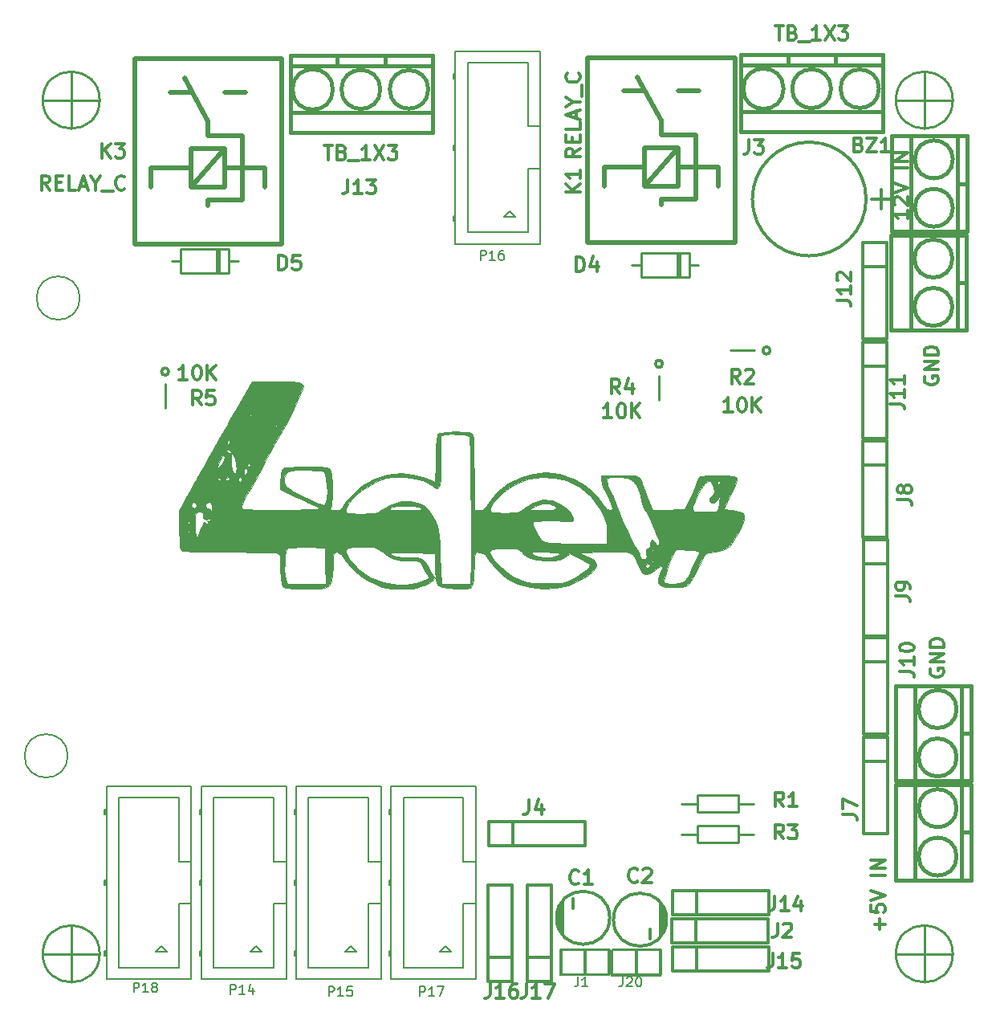
<source format=gbr>
G04 #@! TF.GenerationSoftware,KiCad,Pcbnew,5.1.7-a382d34a8~87~ubuntu20.04.1*
G04 #@! TF.CreationDate,2020-11-26T22:00:02-03:00*
G04 #@! TF.ProjectId,robot uve,726f626f-7420-4757-9665-2e6b69636164,rev?*
G04 #@! TF.SameCoordinates,Original*
G04 #@! TF.FileFunction,Legend,Top*
G04 #@! TF.FilePolarity,Positive*
%FSLAX46Y46*%
G04 Gerber Fmt 4.6, Leading zero omitted, Abs format (unit mm)*
G04 Created by KiCad (PCBNEW 5.1.7-a382d34a8~87~ubuntu20.04.1) date 2020-11-26 22:00:02*
%MOMM*%
%LPD*%
G01*
G04 APERTURE LIST*
%ADD10C,0.010000*%
%ADD11C,0.304800*%
%ADD12C,0.150000*%
%ADD13C,0.300000*%
%ADD14C,0.254000*%
%ADD15C,0.381000*%
%ADD16C,0.378460*%
%ADD17C,0.508000*%
%ADD18C,0.203200*%
G04 APERTURE END LIST*
D10*
G36*
X133260865Y-84655123D02*
G01*
X133875329Y-84722973D01*
X134249001Y-84843915D01*
X134423815Y-85024501D01*
X134450724Y-85169543D01*
X134369622Y-85468920D01*
X134149912Y-86018642D01*
X133826987Y-86744658D01*
X133436243Y-87572920D01*
X133013074Y-88429376D01*
X132592875Y-89239976D01*
X132211039Y-89930670D01*
X132032245Y-90229348D01*
X131771272Y-90673381D01*
X131389785Y-91355133D01*
X130936836Y-92185586D01*
X130461475Y-93075723D01*
X130409494Y-93174275D01*
X129899188Y-94133231D01*
X129371581Y-95108079D01*
X128889144Y-95984327D01*
X128516662Y-96643476D01*
X128152416Y-97329637D01*
X127958238Y-97823719D01*
X127955208Y-98071889D01*
X127956727Y-98073466D01*
X128186008Y-98122088D01*
X128734471Y-98160233D01*
X129553298Y-98186567D01*
X130593667Y-98199756D01*
X131806760Y-98198467D01*
X132346801Y-98193396D01*
X133695813Y-98175245D01*
X134712366Y-98154775D01*
X135432120Y-98129171D01*
X135890731Y-98095616D01*
X136123859Y-98051295D01*
X136167160Y-97993392D01*
X136056294Y-97919090D01*
X136021460Y-97903202D01*
X135622911Y-97719992D01*
X134995205Y-97423041D01*
X134239760Y-97060559D01*
X133766749Y-96831371D01*
X132057971Y-96000179D01*
X132057971Y-95038169D01*
X132075238Y-94783325D01*
X132459580Y-94783325D01*
X132488868Y-95367238D01*
X132677449Y-95748400D01*
X132928318Y-95944082D01*
X133428797Y-96238763D01*
X134089253Y-96588529D01*
X134820052Y-96949464D01*
X135531562Y-97277654D01*
X136134151Y-97529184D01*
X136538186Y-97660139D01*
X136597227Y-97668862D01*
X136757827Y-97516031D01*
X136901113Y-97115750D01*
X136936110Y-96943896D01*
X136986054Y-96324253D01*
X136962535Y-95621469D01*
X136879455Y-94948398D01*
X136750716Y-94417894D01*
X136591129Y-94143398D01*
X136324209Y-94083337D01*
X135784422Y-94036303D01*
X135066966Y-94009222D01*
X134693944Y-94005354D01*
X133812143Y-94020633D01*
X133226714Y-94076783D01*
X132867192Y-94184004D01*
X132715321Y-94291770D01*
X132459580Y-94783325D01*
X132075238Y-94783325D01*
X132097985Y-94447609D01*
X132200220Y-93997248D01*
X132278840Y-93855290D01*
X132545843Y-93767500D01*
X133090881Y-93701020D01*
X133824443Y-93656747D01*
X134657015Y-93635576D01*
X135499083Y-93638405D01*
X136261135Y-93666128D01*
X136853657Y-93719643D01*
X137187137Y-93799846D01*
X137197774Y-93806042D01*
X137339526Y-94070887D01*
X137451934Y-94603567D01*
X137529078Y-95304546D01*
X137565039Y-96074290D01*
X137553897Y-96813263D01*
X137489733Y-97421931D01*
X137427644Y-97671041D01*
X137316124Y-98050693D01*
X137400708Y-98205121D01*
X137759956Y-98235696D01*
X137865372Y-98235869D01*
X138287387Y-98191418D01*
X138495415Y-98082324D01*
X138500000Y-98061367D01*
X138610425Y-97844698D01*
X138902195Y-97432261D01*
X139316054Y-96906893D01*
X139388738Y-96818976D01*
X140499220Y-95763274D01*
X141814190Y-94987294D01*
X143277263Y-94511033D01*
X144832057Y-94354490D01*
X146036826Y-94461043D01*
X146755610Y-94616520D01*
X147388161Y-94809119D01*
X147775273Y-94985051D01*
X148135451Y-95201914D01*
X148340625Y-95290942D01*
X148376883Y-95118152D01*
X148407130Y-94644826D01*
X148428649Y-93938529D01*
X148438719Y-93066825D01*
X148439130Y-92842971D01*
X148455647Y-91647486D01*
X148505807Y-90807603D01*
X148590525Y-90312262D01*
X148660000Y-90174130D01*
X148974149Y-90055937D01*
X149612540Y-89980711D01*
X150533280Y-89953295D01*
X150571142Y-89953261D01*
X151369208Y-89958924D01*
X151873970Y-89987375D01*
X152160194Y-90055803D01*
X152302648Y-90181399D01*
X152372396Y-90367391D01*
X152406450Y-90673250D01*
X152436530Y-91284051D01*
X152460904Y-92136626D01*
X152477842Y-93167808D01*
X152485613Y-94314430D01*
X152485892Y-94508695D01*
X152488406Y-98235869D01*
X153023090Y-98235869D01*
X153390647Y-98173957D01*
X153691680Y-97934257D01*
X154026608Y-97435830D01*
X154036442Y-97419084D01*
X154889391Y-96325502D01*
X156041351Y-95438135D01*
X157482114Y-94763467D01*
X158810916Y-94386631D01*
X160098199Y-94273161D01*
X161494233Y-94444745D01*
X162895450Y-94885719D01*
X163293896Y-95064604D01*
X164051412Y-95520123D01*
X164824275Y-96133388D01*
X165512202Y-96811368D01*
X166014908Y-97461030D01*
X166152874Y-97716849D01*
X166477765Y-98142410D01*
X166788437Y-98235869D01*
X167040933Y-98214591D01*
X167101959Y-98085343D01*
X166990516Y-97750004D01*
X166916948Y-97572169D01*
X166722902Y-97116761D01*
X166537560Y-96712164D01*
X166291188Y-96209413D01*
X166108695Y-95845613D01*
X165960914Y-95364373D01*
X165933749Y-95104509D01*
X166466325Y-95104509D01*
X166593830Y-95554388D01*
X166787614Y-95997233D01*
X167133081Y-96787855D01*
X167496368Y-97670766D01*
X167680699Y-98143840D01*
X167952727Y-98817441D01*
X168299387Y-99609630D01*
X168682482Y-100440755D01*
X169063819Y-101231163D01*
X169405203Y-101901204D01*
X169668439Y-102371226D01*
X169790354Y-102543325D01*
X169950882Y-102874977D01*
X169973913Y-103058188D01*
X170118758Y-103335446D01*
X170365036Y-103389493D01*
X170629688Y-103337719D01*
X170688361Y-103110766D01*
X170645724Y-102837319D01*
X170615487Y-102469203D01*
X171262319Y-102469203D01*
X171329663Y-102620703D01*
X171385024Y-102591908D01*
X171407052Y-102373474D01*
X171385024Y-102346497D01*
X171275602Y-102371763D01*
X171262319Y-102469203D01*
X170615487Y-102469203D01*
X170612512Y-102432992D01*
X170751472Y-102289282D01*
X170806775Y-102285145D01*
X171023944Y-102124872D01*
X171078261Y-101825000D01*
X171162923Y-101461099D01*
X171352793Y-101377537D01*
X171551697Y-101610767D01*
X171563874Y-101640942D01*
X171744540Y-101884503D01*
X171834185Y-101917029D01*
X171977814Y-101771399D01*
X171968728Y-101421419D01*
X171830811Y-101040256D01*
X171673399Y-100684691D01*
X171460225Y-100136855D01*
X171342989Y-99813766D01*
X171059817Y-99132642D01*
X170721566Y-98479624D01*
X170590439Y-98269603D01*
X170312498Y-97757182D01*
X170165111Y-97284942D01*
X170157971Y-97195368D01*
X170080514Y-96705090D01*
X169973992Y-96438807D01*
X169773386Y-96023228D01*
X169609177Y-95609743D01*
X169271119Y-95126392D01*
X168656930Y-94839651D01*
X167743501Y-94739107D01*
X167676260Y-94738768D01*
X166963738Y-94758729D01*
X166575027Y-94859966D01*
X166466325Y-95104509D01*
X165933749Y-95104509D01*
X165924637Y-95017352D01*
X165924637Y-94554710D01*
X167834709Y-94554710D01*
X168738880Y-94565496D01*
X169345557Y-94604437D01*
X169724907Y-94681409D01*
X169947100Y-94806288D01*
X169997390Y-94859086D01*
X170173206Y-95129577D01*
X170186189Y-95234375D01*
X170221399Y-95424922D01*
X170370102Y-95872905D01*
X170604050Y-96496024D01*
X170715696Y-96777177D01*
X171309015Y-98249065D01*
X172987994Y-98196453D01*
X173943658Y-98166506D01*
X175534724Y-98166506D01*
X175745935Y-98343564D01*
X176197103Y-98410267D01*
X176773195Y-98419927D01*
X177421010Y-98401277D01*
X177908922Y-98352286D01*
X178134845Y-98283393D01*
X178136920Y-98280482D01*
X178218317Y-98023068D01*
X178314143Y-97555308D01*
X178338932Y-97406207D01*
X178403737Y-96951431D01*
X178382265Y-96815250D01*
X178248110Y-96953043D01*
X178149134Y-97085507D01*
X177804778Y-97415754D01*
X177510762Y-97474795D01*
X177347635Y-97258071D01*
X177336232Y-97131522D01*
X177408168Y-96832354D01*
X177507886Y-96763406D01*
X177717903Y-96608868D01*
X177803829Y-96232876D01*
X177746361Y-95766862D01*
X177680494Y-95588179D01*
X177485474Y-95290942D01*
X178164493Y-95290942D01*
X178179086Y-95460548D01*
X178245659Y-95475000D01*
X178433089Y-95341390D01*
X178440580Y-95290942D01*
X178377782Y-95111669D01*
X178359413Y-95106884D01*
X178202270Y-95235860D01*
X178164493Y-95290942D01*
X177485474Y-95290942D01*
X177430297Y-95206845D01*
X177152128Y-95137834D01*
X176825294Y-95392924D01*
X176429098Y-95983899D01*
X176181869Y-96441304D01*
X175768587Y-97268565D01*
X175547573Y-97825903D01*
X175534724Y-98166506D01*
X173943658Y-98166506D01*
X174666973Y-98143840D01*
X175152121Y-97244598D01*
X175486009Y-96566286D01*
X175780237Y-95870184D01*
X175880843Y-95588076D01*
X176073563Y-95088977D01*
X176263213Y-94749982D01*
X176316194Y-94695572D01*
X176573293Y-94637330D01*
X177108108Y-94591051D01*
X177830280Y-94562997D01*
X178308313Y-94557528D01*
X179208148Y-94570792D01*
X179791645Y-94618317D01*
X180109534Y-94706653D01*
X180203656Y-94802281D01*
X180170786Y-95068694D01*
X180003369Y-95575985D01*
X179732529Y-96236303D01*
X179567839Y-96596846D01*
X178837021Y-98143840D01*
X179697133Y-98239148D01*
X180376670Y-98340731D01*
X180799700Y-98501510D01*
X180981181Y-98775719D01*
X180936074Y-99217592D01*
X180679336Y-99881365D01*
X180343859Y-100583853D01*
X179883255Y-101434979D01*
X179450554Y-102001664D01*
X178963886Y-102350833D01*
X178341381Y-102549413D01*
X177844387Y-102627107D01*
X176876087Y-102745290D01*
X176139855Y-104244106D01*
X175712786Y-105103891D01*
X175383690Y-105688225D01*
X175084652Y-106050277D01*
X174747762Y-106243218D01*
X174305106Y-106320217D01*
X173688772Y-106334444D01*
X173469944Y-106334420D01*
X172649391Y-106307538D01*
X172149925Y-106195934D01*
X171926517Y-105953171D01*
X171928155Y-105862736D01*
X172508720Y-105862736D01*
X172510499Y-105864726D01*
X172739137Y-105923930D01*
X173206816Y-105960541D01*
X173510057Y-105966304D01*
X174156232Y-105916888D01*
X174601094Y-105733443D01*
X174859815Y-105514525D01*
X175167776Y-105132398D01*
X175310401Y-104809214D01*
X175311594Y-104788033D01*
X175393900Y-104476925D01*
X175604462Y-103981406D01*
X175771739Y-103647905D01*
X176030848Y-103133228D01*
X176197743Y-102749181D01*
X176231884Y-102625958D01*
X176070986Y-102521524D01*
X175679073Y-102477095D01*
X175633695Y-102477238D01*
X175012379Y-102448130D01*
X174380472Y-102369069D01*
X173954432Y-102320686D01*
X173707234Y-102427459D01*
X173508067Y-102770303D01*
X173426224Y-102959332D01*
X173117518Y-103731298D01*
X172845937Y-104488455D01*
X172636959Y-105149969D01*
X172516061Y-105635008D01*
X172508720Y-105862736D01*
X171928155Y-105862736D01*
X171934134Y-105532812D01*
X172111823Y-104933909D01*
X172298738Y-104355011D01*
X172321583Y-104090260D01*
X172151881Y-104111569D01*
X171761155Y-104390851D01*
X171649962Y-104478374D01*
X171037073Y-104897291D01*
X170588406Y-105016534D01*
X170244176Y-104828543D01*
X169944597Y-104325759D01*
X169915286Y-104259020D01*
X169867270Y-104145417D01*
X170526087Y-104145417D01*
X170675455Y-104291328D01*
X170802174Y-104309782D01*
X171046260Y-104165407D01*
X171078261Y-104039472D01*
X170956309Y-103853785D01*
X170802174Y-103875106D01*
X170558613Y-104055772D01*
X170526087Y-104145417D01*
X169867270Y-104145417D01*
X169664458Y-103665580D01*
X171262319Y-103665580D01*
X171354348Y-103757608D01*
X171446377Y-103665580D01*
X171354348Y-103573551D01*
X171262319Y-103665580D01*
X169664458Y-103665580D01*
X169647041Y-103624373D01*
X169432669Y-103173136D01*
X169206759Y-102875429D01*
X168903903Y-102701372D01*
X168458692Y-102621086D01*
X167805717Y-102604690D01*
X166879569Y-102622306D01*
X166356582Y-102633363D01*
X165395547Y-102654928D01*
X164574904Y-102679808D01*
X163960322Y-102705504D01*
X163617470Y-102729516D01*
X163568931Y-102739453D01*
X163693981Y-102825382D01*
X164074213Y-102989066D01*
X164443207Y-103128056D01*
X165049530Y-103398680D01*
X165337374Y-103696372D01*
X165353684Y-104092622D01*
X165264077Y-104378067D01*
X165016965Y-104676330D01*
X164516450Y-105059216D01*
X163849988Y-105472331D01*
X163105034Y-105861281D01*
X162396134Y-106161840D01*
X161199206Y-106441710D01*
X159836194Y-106503496D01*
X158430201Y-106356885D01*
X157104331Y-106011564D01*
X156344879Y-105685696D01*
X155894115Y-105381648D01*
X155343120Y-104911793D01*
X154778134Y-104362607D01*
X154285398Y-103820566D01*
X153951155Y-103372149D01*
X153867655Y-103201698D01*
X153596137Y-102891401D01*
X153085131Y-102694659D01*
X152718478Y-102655774D01*
X152592762Y-102780324D01*
X152518459Y-103183561D01*
X152489358Y-103904835D01*
X152488406Y-104113742D01*
X152464880Y-104880516D01*
X152402749Y-105562096D01*
X152314680Y-106026851D01*
X152300210Y-106069215D01*
X152195712Y-106309197D01*
X152052251Y-106450994D01*
X151787712Y-106514190D01*
X151319982Y-106518368D01*
X150566946Y-106483111D01*
X150565112Y-106483014D01*
X149801312Y-106417509D01*
X149173201Y-106316553D01*
X148783931Y-106197949D01*
X148735590Y-106167270D01*
X148577880Y-105910897D01*
X148473217Y-105415858D01*
X148411297Y-104626021D01*
X148400037Y-104339004D01*
X148347101Y-102745290D01*
X145862319Y-102702612D01*
X144873856Y-102688820D01*
X144208679Y-102690753D01*
X143822113Y-102713343D01*
X143669486Y-102761522D01*
X143706125Y-102840224D01*
X143837681Y-102926162D01*
X144324053Y-103085368D01*
X145069306Y-103179954D01*
X145603719Y-103198912D01*
X146335548Y-103220276D01*
X146832975Y-103318424D01*
X147198140Y-103557674D01*
X147533181Y-104002344D01*
X147901263Y-104645689D01*
X148338375Y-105441740D01*
X147882593Y-105791958D01*
X147459669Y-106044907D01*
X147115572Y-106146269D01*
X146782333Y-106246418D01*
X146690580Y-106334420D01*
X146455935Y-106426790D01*
X145951630Y-106485829D01*
X145274547Y-106512181D01*
X144521572Y-106506488D01*
X143789588Y-106469391D01*
X143175480Y-106401533D01*
X142788008Y-106308554D01*
X141917581Y-105941463D01*
X141284191Y-105635807D01*
X140777790Y-105330376D01*
X140288333Y-104963960D01*
X140114557Y-104821541D01*
X139557093Y-104291708D01*
X139061272Y-103708917D01*
X138838273Y-103375744D01*
X138473605Y-102863720D01*
X138108419Y-102661607D01*
X138005962Y-102653261D01*
X137799430Y-102671883D01*
X137673365Y-102776258D01*
X137607942Y-103039144D01*
X137583338Y-103533301D01*
X137579710Y-104217753D01*
X137564744Y-105082093D01*
X137484277Y-105697511D01*
X137284953Y-106106222D01*
X136913417Y-106350435D01*
X136316313Y-106472363D01*
X135440286Y-106514216D01*
X134671594Y-106518478D01*
X133529792Y-106497844D01*
X132748609Y-106436082D01*
X132330349Y-106333405D01*
X132278840Y-106297608D01*
X132159981Y-105984770D01*
X132084265Y-105357455D01*
X132057971Y-104476721D01*
X132057763Y-104463591D01*
X132483791Y-104463591D01*
X132512141Y-105073571D01*
X132587752Y-105460145D01*
X132785092Y-105966304D01*
X136856356Y-105966304D01*
X136803902Y-104079710D01*
X136757330Y-102404625D01*
X138946418Y-102404625D01*
X138974854Y-102729959D01*
X139246198Y-103223151D01*
X139391461Y-103439621D01*
X140350990Y-104519498D01*
X141540642Y-105336134D01*
X142912431Y-105867460D01*
X144418371Y-106091408D01*
X145143839Y-106085078D01*
X145932019Y-106003762D01*
X146639801Y-105867665D01*
X147122462Y-105704832D01*
X147506591Y-105480865D01*
X147698059Y-105319603D01*
X147702898Y-105304135D01*
X147617358Y-105100931D01*
X147398547Y-104691144D01*
X147225264Y-104388572D01*
X146928196Y-103914046D01*
X146667207Y-103672413D01*
X146302574Y-103585108D01*
X145775807Y-103573551D01*
X144799502Y-103534284D01*
X144068377Y-103393133D01*
X143465620Y-103115072D01*
X142942304Y-102723914D01*
X142571045Y-102422025D01*
X142250836Y-102237820D01*
X141873832Y-102142278D01*
X141332187Y-102106382D01*
X140627646Y-102101087D01*
X139741905Y-102123657D01*
X139191799Y-102213681D01*
X138946418Y-102404625D01*
X136757330Y-102404625D01*
X136751449Y-102193116D01*
X134834814Y-102140331D01*
X134025528Y-102131930D01*
X133354677Y-102150954D01*
X132906600Y-102193481D01*
X132769350Y-102236374D01*
X132651121Y-102530419D01*
X132559783Y-103076588D01*
X132501839Y-103759455D01*
X132483791Y-104463591D01*
X132057763Y-104463591D01*
X132045142Y-103670314D01*
X131998785Y-103161971D01*
X131907094Y-102882279D01*
X131766830Y-102764982D01*
X131510162Y-102734937D01*
X130937453Y-102707948D01*
X130100776Y-102685152D01*
X129052202Y-102667687D01*
X127843802Y-102656690D01*
X126650019Y-102653261D01*
X125043765Y-102647855D01*
X123778734Y-102630859D01*
X122828181Y-102601100D01*
X122165360Y-102557410D01*
X121763526Y-102498616D01*
X121603478Y-102432391D01*
X121487667Y-102115941D01*
X121413739Y-101449851D01*
X121385956Y-100536594D01*
X122302898Y-100536594D01*
X122394927Y-100628623D01*
X122486956Y-100536594D01*
X122394927Y-100444565D01*
X122302898Y-100536594D01*
X121385956Y-100536594D01*
X121383333Y-100450393D01*
X121382609Y-100237828D01*
X121382609Y-99524275D01*
X122331960Y-99524275D01*
X122360885Y-99785569D01*
X122424796Y-99754348D01*
X122429743Y-99677657D01*
X123039130Y-99677657D01*
X123064758Y-100455736D01*
X123135798Y-100929677D01*
X123243487Y-101082247D01*
X123379060Y-100896212D01*
X123485722Y-100555821D01*
X123635320Y-100125623D01*
X123789455Y-99901536D01*
X123818686Y-99892391D01*
X123898218Y-99777705D01*
X123867391Y-99708333D01*
X123911099Y-99552400D01*
X124051449Y-99524275D01*
X124250744Y-99620236D01*
X124219367Y-99754348D01*
X124164635Y-99892105D01*
X124329352Y-99761890D01*
X124335482Y-99756211D01*
X124575677Y-99395497D01*
X124625816Y-99225995D01*
X124603620Y-99037192D01*
X124476410Y-99117720D01*
X124169687Y-99248619D01*
X123937735Y-99098585D01*
X123909198Y-98776156D01*
X123905955Y-98511715D01*
X123645730Y-98423193D01*
X123520742Y-98419927D01*
X123266868Y-98437106D01*
X123122836Y-98542811D01*
X123057533Y-98818295D01*
X123039845Y-99344811D01*
X123039130Y-99677657D01*
X122429743Y-99677657D01*
X122449106Y-99377517D01*
X122424796Y-99294203D01*
X122357617Y-99271081D01*
X122331960Y-99524275D01*
X121382609Y-99524275D01*
X121382609Y-98264135D01*
X121715785Y-97668357D01*
X122671014Y-97668357D01*
X122787938Y-97984765D01*
X122960597Y-98051811D01*
X123181741Y-97913814D01*
X123189043Y-97775724D01*
X124143478Y-97775724D01*
X124290810Y-98019743D01*
X124419565Y-98051811D01*
X124664504Y-98151197D01*
X124695652Y-98235869D01*
X124757338Y-98415147D01*
X124775371Y-98419927D01*
X124781154Y-98401787D01*
X138955594Y-98401787D01*
X138973962Y-98442284D01*
X139191671Y-98515796D01*
X139685613Y-98571833D01*
X140364004Y-98601485D01*
X140639810Y-98603985D01*
X141433439Y-98592562D01*
X141967796Y-98542242D01*
X142351425Y-98428949D01*
X142692869Y-98228608D01*
X142847808Y-98114242D01*
X142854110Y-98110705D01*
X143588954Y-98110705D01*
X143759289Y-98179525D01*
X144184015Y-98218676D01*
X144910128Y-98234578D01*
X145310145Y-98235869D01*
X146174827Y-98227715D01*
X146718661Y-98198970D01*
X146988643Y-98143216D01*
X147031768Y-98054031D01*
X146994275Y-98005797D01*
X146664054Y-97874267D01*
X146017797Y-97795793D01*
X145310145Y-97775724D01*
X144447438Y-97807163D01*
X143861640Y-97897002D01*
X143626014Y-98005797D01*
X143588954Y-98110705D01*
X142854110Y-98110705D01*
X143769756Y-97596827D01*
X144800877Y-97321610D01*
X145841580Y-97295380D01*
X146792277Y-97524929D01*
X147308676Y-97810066D01*
X147666879Y-98174115D01*
X148061186Y-98727642D01*
X148283043Y-99116041D01*
X148470435Y-99509458D01*
X148608181Y-99894165D01*
X148707893Y-100343050D01*
X148781186Y-100928996D01*
X148839674Y-101724890D01*
X148894970Y-102803617D01*
X148904775Y-103017872D01*
X149038392Y-105966304D01*
X152120290Y-105966304D01*
X152153653Y-103711594D01*
X152161770Y-102851929D01*
X152162311Y-102647370D01*
X154144927Y-102647370D01*
X154289789Y-103054590D01*
X154676541Y-103584350D01*
X155233437Y-104166471D01*
X155888730Y-104730774D01*
X156570672Y-105207080D01*
X156997826Y-105437912D01*
X157564917Y-105680340D01*
X158074604Y-105832969D01*
X158645199Y-105916470D01*
X159395013Y-105951517D01*
X159973509Y-105957858D01*
X160981816Y-105942382D01*
X161725144Y-105876774D01*
X162304738Y-105748170D01*
X162661294Y-105616333D01*
X163230687Y-105320745D01*
X163798751Y-104942909D01*
X164288689Y-104546063D01*
X164623705Y-104193448D01*
X164727003Y-103948304D01*
X164717022Y-103923482D01*
X164506451Y-103761457D01*
X164064763Y-103510102D01*
X163611764Y-103283742D01*
X162608578Y-102809159D01*
X161990173Y-103191355D01*
X161468324Y-103431302D01*
X160818812Y-103549072D01*
X160141960Y-103573551D01*
X159129654Y-103503941D01*
X158359114Y-103270097D01*
X157726487Y-102834494D01*
X157515922Y-102624734D01*
X157495361Y-102605775D01*
X158562608Y-102605775D01*
X158618304Y-102756359D01*
X158827859Y-102944396D01*
X159282897Y-103118014D01*
X159937871Y-103194162D01*
X160637222Y-103170934D01*
X161225390Y-103046426D01*
X161381303Y-102975674D01*
X161535077Y-102862204D01*
X161491328Y-102782266D01*
X161201076Y-102721592D01*
X160615339Y-102665915D01*
X160218840Y-102637053D01*
X159498593Y-102596145D01*
X158929956Y-102581134D01*
X158603733Y-102593736D01*
X158562608Y-102605775D01*
X157495361Y-102605775D01*
X157282510Y-102409510D01*
X157016206Y-102286383D01*
X156619663Y-102236179D01*
X155995533Y-102239725D01*
X155629328Y-102253146D01*
X154885573Y-102293293D01*
X154438304Y-102352341D01*
X154215890Y-102449314D01*
X154146700Y-102603233D01*
X154144927Y-102647370D01*
X152162311Y-102647370D01*
X152164595Y-101785061D01*
X152162670Y-100560352D01*
X152156539Y-99227164D01*
X152150055Y-98305570D01*
X154182581Y-98305570D01*
X154235489Y-98387784D01*
X154466670Y-98446442D01*
X154967620Y-98490159D01*
X155640064Y-98511157D01*
X155804702Y-98511956D01*
X156560151Y-98499240D01*
X157055882Y-98443798D01*
X157399909Y-98319695D01*
X157700246Y-98100993D01*
X157705137Y-98096626D01*
X158378261Y-98096626D01*
X158543453Y-98170717D01*
X158966096Y-98214973D01*
X159536785Y-98230024D01*
X160146117Y-98216503D01*
X160684690Y-98175041D01*
X161043100Y-98106270D01*
X161098339Y-98080917D01*
X161178403Y-97928207D01*
X160925968Y-97746859D01*
X160859606Y-97715619D01*
X160413026Y-97553895D01*
X160115252Y-97499637D01*
X159734752Y-97553989D01*
X159244952Y-97687703D01*
X158773902Y-97856769D01*
X158449653Y-98017179D01*
X158378261Y-98096626D01*
X157705137Y-98096626D01*
X157767987Y-98040519D01*
X158692048Y-97423267D01*
X159702539Y-97145566D01*
X160743436Y-97215600D01*
X161499078Y-97495471D01*
X162016446Y-97832082D01*
X162461800Y-98247718D01*
X162789772Y-98674864D01*
X162954998Y-99046009D01*
X162912110Y-99293641D01*
X162749637Y-99356497D01*
X162476701Y-99360536D01*
X161926284Y-99358336D01*
X161188961Y-99350492D01*
X160652390Y-99342652D01*
X159859825Y-99345632D01*
X159212410Y-99377709D01*
X158793283Y-99433049D01*
X158681147Y-99480912D01*
X158696805Y-99732340D01*
X158858559Y-100167558D01*
X158957902Y-100369032D01*
X159208560Y-100840319D01*
X159428612Y-101188392D01*
X159675914Y-101431888D01*
X160008327Y-101589444D01*
X160483707Y-101679697D01*
X161159915Y-101721284D01*
X162094808Y-101732841D01*
X163192295Y-101732971D01*
X166476811Y-101732971D01*
X166476811Y-100501286D01*
X166455866Y-99816639D01*
X166363435Y-99289656D01*
X166155129Y-98770131D01*
X165786559Y-98107859D01*
X165752510Y-98050420D01*
X164790333Y-96763819D01*
X163606718Y-95771159D01*
X162264036Y-95094906D01*
X160996865Y-94789260D01*
X159610335Y-94739822D01*
X158238993Y-94939309D01*
X157020946Y-95378637D01*
X156277069Y-95820891D01*
X155574606Y-96353659D01*
X154963741Y-96922725D01*
X154494659Y-97473875D01*
X154217544Y-97952895D01*
X154182581Y-98305570D01*
X152150055Y-98305570D01*
X152146743Y-97834857D01*
X152133826Y-96432793D01*
X152118329Y-95070334D01*
X152100796Y-93796841D01*
X152081769Y-92661675D01*
X152061791Y-91714197D01*
X152041404Y-91003769D01*
X152021151Y-90579753D01*
X152008214Y-90480932D01*
X151782836Y-90377294D01*
X151310018Y-90287390D01*
X150710427Y-90222741D01*
X150104733Y-90194869D01*
X149613605Y-90215294D01*
X149477352Y-90239293D01*
X148991304Y-90361283D01*
X148988486Y-92964156D01*
X148978696Y-94148460D01*
X148944276Y-95002222D01*
X148873226Y-95562797D01*
X148753545Y-95867543D01*
X148573231Y-95953815D01*
X148320286Y-95858970D01*
X148105280Y-95713495D01*
X147239190Y-95187540D01*
X146307163Y-94876845D01*
X145191775Y-94747483D01*
X144731452Y-94738768D01*
X143869081Y-94765161D01*
X143201611Y-94867498D01*
X142558141Y-95080517D01*
X142131103Y-95267306D01*
X141388953Y-95660074D01*
X140654534Y-96129546D01*
X140213576Y-96468576D01*
X139682413Y-97003013D01*
X139260769Y-97558969D01*
X139001033Y-98053032D01*
X138955594Y-98401787D01*
X124781154Y-98401787D01*
X124826464Y-98259660D01*
X124839506Y-97872702D01*
X124839138Y-97858906D01*
X124776684Y-97466749D01*
X124602109Y-97385507D01*
X124560308Y-97398761D01*
X124280454Y-97489488D01*
X124220453Y-97499637D01*
X124151990Y-97649906D01*
X124143478Y-97775724D01*
X123189043Y-97775724D01*
X123190670Y-97744962D01*
X123036966Y-97438156D01*
X122824296Y-97369605D01*
X122681175Y-97558255D01*
X122671014Y-97668357D01*
X121715785Y-97668357D01*
X122164855Y-96865341D01*
X122559591Y-96158572D01*
X122917440Y-95516255D01*
X123175954Y-95050523D01*
X123223364Y-94964614D01*
X123252682Y-94911963D01*
X125431884Y-94911963D01*
X125565494Y-95099393D01*
X125615942Y-95106884D01*
X125795214Y-95044086D01*
X125800000Y-95025717D01*
X125715552Y-94922826D01*
X126260145Y-94922826D01*
X126301871Y-95080398D01*
X126433340Y-95106884D01*
X126674510Y-95014855D01*
X127640580Y-95014855D01*
X127739966Y-95259794D01*
X127824637Y-95290942D01*
X127987930Y-95141863D01*
X128008695Y-95014855D01*
X127909309Y-94769916D01*
X127824637Y-94738768D01*
X127661345Y-94887847D01*
X127640580Y-95014855D01*
X126674510Y-95014855D01*
X126685171Y-95010787D01*
X126720290Y-94922826D01*
X126588186Y-94744036D01*
X126547094Y-94738768D01*
X126297818Y-94872559D01*
X126260145Y-94922826D01*
X125715552Y-94922826D01*
X125671024Y-94868574D01*
X125615942Y-94830797D01*
X125446335Y-94845390D01*
X125431884Y-94911963D01*
X123252682Y-94911963D01*
X123478650Y-94506164D01*
X123894719Y-93765650D01*
X123947942Y-93671294D01*
X125435977Y-93671294D01*
X125514098Y-93740233D01*
X125695034Y-93578815D01*
X125909715Y-93282208D01*
X126089075Y-92945582D01*
X126164023Y-92668116D01*
X126126126Y-92394517D01*
X126080813Y-92346014D01*
X125935310Y-92495698D01*
X125734363Y-92850466D01*
X125546787Y-93268890D01*
X125441395Y-93609543D01*
X125435977Y-93671294D01*
X123947942Y-93671294D01*
X124450195Y-92780891D01*
X124912886Y-91962560D01*
X126352174Y-91962560D01*
X126502366Y-92135870D01*
X126648398Y-92161956D01*
X126838511Y-92239564D01*
X126887595Y-92530799D01*
X126859564Y-92852174D01*
X126847347Y-93477601D01*
X126950097Y-94001777D01*
X127139811Y-94320566D01*
X127267908Y-94370652D01*
X127396201Y-94209747D01*
X127398067Y-94197457D01*
X128192753Y-94197457D01*
X128263608Y-94451957D01*
X128376811Y-94462681D01*
X128546168Y-94196372D01*
X128560869Y-94083702D01*
X128457959Y-93845817D01*
X128376811Y-93818478D01*
X128228713Y-93973099D01*
X128192753Y-94197457D01*
X127398067Y-94197457D01*
X127455716Y-93817819D01*
X127456236Y-93772464D01*
X127408432Y-93450362D01*
X128560869Y-93450362D01*
X128700933Y-93629072D01*
X128744927Y-93634420D01*
X128923637Y-93494357D01*
X128928985Y-93450362D01*
X128788922Y-93271653D01*
X128744927Y-93266304D01*
X128566218Y-93406368D01*
X128560869Y-93450362D01*
X127408432Y-93450362D01*
X127375036Y-93225343D01*
X127170432Y-92637510D01*
X126900222Y-92137060D01*
X126622204Y-91852087D01*
X126582246Y-91835477D01*
X126373680Y-91885387D01*
X126352174Y-91962560D01*
X124912886Y-91962560D01*
X125123700Y-91589709D01*
X125425071Y-91057608D01*
X126444203Y-91057608D01*
X126458796Y-91227215D01*
X126525369Y-91241666D01*
X126712799Y-91108057D01*
X126720290Y-91057608D01*
X126657492Y-90878336D01*
X126639123Y-90873551D01*
X126481980Y-91002527D01*
X126444203Y-91057608D01*
X125425071Y-91057608D01*
X125893856Y-90229924D01*
X126416160Y-89309058D01*
X131505797Y-89309058D01*
X131597826Y-89401087D01*
X131689855Y-89309058D01*
X131597826Y-89217029D01*
X131505797Y-89309058D01*
X126416160Y-89309058D01*
X126739288Y-88739357D01*
X127060285Y-88174034D01*
X128806280Y-88174034D01*
X128831546Y-88283456D01*
X128928985Y-88296739D01*
X129080486Y-88229395D01*
X129051691Y-88174034D01*
X128833257Y-88152005D01*
X128806280Y-88174034D01*
X127060285Y-88174034D01*
X127356398Y-87652536D01*
X129029301Y-84707608D01*
X131141824Y-84652485D01*
X132363675Y-84633811D01*
X133260865Y-84655123D01*
G37*
X133260865Y-84655123D02*
X133875329Y-84722973D01*
X134249001Y-84843915D01*
X134423815Y-85024501D01*
X134450724Y-85169543D01*
X134369622Y-85468920D01*
X134149912Y-86018642D01*
X133826987Y-86744658D01*
X133436243Y-87572920D01*
X133013074Y-88429376D01*
X132592875Y-89239976D01*
X132211039Y-89930670D01*
X132032245Y-90229348D01*
X131771272Y-90673381D01*
X131389785Y-91355133D01*
X130936836Y-92185586D01*
X130461475Y-93075723D01*
X130409494Y-93174275D01*
X129899188Y-94133231D01*
X129371581Y-95108079D01*
X128889144Y-95984327D01*
X128516662Y-96643476D01*
X128152416Y-97329637D01*
X127958238Y-97823719D01*
X127955208Y-98071889D01*
X127956727Y-98073466D01*
X128186008Y-98122088D01*
X128734471Y-98160233D01*
X129553298Y-98186567D01*
X130593667Y-98199756D01*
X131806760Y-98198467D01*
X132346801Y-98193396D01*
X133695813Y-98175245D01*
X134712366Y-98154775D01*
X135432120Y-98129171D01*
X135890731Y-98095616D01*
X136123859Y-98051295D01*
X136167160Y-97993392D01*
X136056294Y-97919090D01*
X136021460Y-97903202D01*
X135622911Y-97719992D01*
X134995205Y-97423041D01*
X134239760Y-97060559D01*
X133766749Y-96831371D01*
X132057971Y-96000179D01*
X132057971Y-95038169D01*
X132075238Y-94783325D01*
X132459580Y-94783325D01*
X132488868Y-95367238D01*
X132677449Y-95748400D01*
X132928318Y-95944082D01*
X133428797Y-96238763D01*
X134089253Y-96588529D01*
X134820052Y-96949464D01*
X135531562Y-97277654D01*
X136134151Y-97529184D01*
X136538186Y-97660139D01*
X136597227Y-97668862D01*
X136757827Y-97516031D01*
X136901113Y-97115750D01*
X136936110Y-96943896D01*
X136986054Y-96324253D01*
X136962535Y-95621469D01*
X136879455Y-94948398D01*
X136750716Y-94417894D01*
X136591129Y-94143398D01*
X136324209Y-94083337D01*
X135784422Y-94036303D01*
X135066966Y-94009222D01*
X134693944Y-94005354D01*
X133812143Y-94020633D01*
X133226714Y-94076783D01*
X132867192Y-94184004D01*
X132715321Y-94291770D01*
X132459580Y-94783325D01*
X132075238Y-94783325D01*
X132097985Y-94447609D01*
X132200220Y-93997248D01*
X132278840Y-93855290D01*
X132545843Y-93767500D01*
X133090881Y-93701020D01*
X133824443Y-93656747D01*
X134657015Y-93635576D01*
X135499083Y-93638405D01*
X136261135Y-93666128D01*
X136853657Y-93719643D01*
X137187137Y-93799846D01*
X137197774Y-93806042D01*
X137339526Y-94070887D01*
X137451934Y-94603567D01*
X137529078Y-95304546D01*
X137565039Y-96074290D01*
X137553897Y-96813263D01*
X137489733Y-97421931D01*
X137427644Y-97671041D01*
X137316124Y-98050693D01*
X137400708Y-98205121D01*
X137759956Y-98235696D01*
X137865372Y-98235869D01*
X138287387Y-98191418D01*
X138495415Y-98082324D01*
X138500000Y-98061367D01*
X138610425Y-97844698D01*
X138902195Y-97432261D01*
X139316054Y-96906893D01*
X139388738Y-96818976D01*
X140499220Y-95763274D01*
X141814190Y-94987294D01*
X143277263Y-94511033D01*
X144832057Y-94354490D01*
X146036826Y-94461043D01*
X146755610Y-94616520D01*
X147388161Y-94809119D01*
X147775273Y-94985051D01*
X148135451Y-95201914D01*
X148340625Y-95290942D01*
X148376883Y-95118152D01*
X148407130Y-94644826D01*
X148428649Y-93938529D01*
X148438719Y-93066825D01*
X148439130Y-92842971D01*
X148455647Y-91647486D01*
X148505807Y-90807603D01*
X148590525Y-90312262D01*
X148660000Y-90174130D01*
X148974149Y-90055937D01*
X149612540Y-89980711D01*
X150533280Y-89953295D01*
X150571142Y-89953261D01*
X151369208Y-89958924D01*
X151873970Y-89987375D01*
X152160194Y-90055803D01*
X152302648Y-90181399D01*
X152372396Y-90367391D01*
X152406450Y-90673250D01*
X152436530Y-91284051D01*
X152460904Y-92136626D01*
X152477842Y-93167808D01*
X152485613Y-94314430D01*
X152485892Y-94508695D01*
X152488406Y-98235869D01*
X153023090Y-98235869D01*
X153390647Y-98173957D01*
X153691680Y-97934257D01*
X154026608Y-97435830D01*
X154036442Y-97419084D01*
X154889391Y-96325502D01*
X156041351Y-95438135D01*
X157482114Y-94763467D01*
X158810916Y-94386631D01*
X160098199Y-94273161D01*
X161494233Y-94444745D01*
X162895450Y-94885719D01*
X163293896Y-95064604D01*
X164051412Y-95520123D01*
X164824275Y-96133388D01*
X165512202Y-96811368D01*
X166014908Y-97461030D01*
X166152874Y-97716849D01*
X166477765Y-98142410D01*
X166788437Y-98235869D01*
X167040933Y-98214591D01*
X167101959Y-98085343D01*
X166990516Y-97750004D01*
X166916948Y-97572169D01*
X166722902Y-97116761D01*
X166537560Y-96712164D01*
X166291188Y-96209413D01*
X166108695Y-95845613D01*
X165960914Y-95364373D01*
X165933749Y-95104509D01*
X166466325Y-95104509D01*
X166593830Y-95554388D01*
X166787614Y-95997233D01*
X167133081Y-96787855D01*
X167496368Y-97670766D01*
X167680699Y-98143840D01*
X167952727Y-98817441D01*
X168299387Y-99609630D01*
X168682482Y-100440755D01*
X169063819Y-101231163D01*
X169405203Y-101901204D01*
X169668439Y-102371226D01*
X169790354Y-102543325D01*
X169950882Y-102874977D01*
X169973913Y-103058188D01*
X170118758Y-103335446D01*
X170365036Y-103389493D01*
X170629688Y-103337719D01*
X170688361Y-103110766D01*
X170645724Y-102837319D01*
X170615487Y-102469203D01*
X171262319Y-102469203D01*
X171329663Y-102620703D01*
X171385024Y-102591908D01*
X171407052Y-102373474D01*
X171385024Y-102346497D01*
X171275602Y-102371763D01*
X171262319Y-102469203D01*
X170615487Y-102469203D01*
X170612512Y-102432992D01*
X170751472Y-102289282D01*
X170806775Y-102285145D01*
X171023944Y-102124872D01*
X171078261Y-101825000D01*
X171162923Y-101461099D01*
X171352793Y-101377537D01*
X171551697Y-101610767D01*
X171563874Y-101640942D01*
X171744540Y-101884503D01*
X171834185Y-101917029D01*
X171977814Y-101771399D01*
X171968728Y-101421419D01*
X171830811Y-101040256D01*
X171673399Y-100684691D01*
X171460225Y-100136855D01*
X171342989Y-99813766D01*
X171059817Y-99132642D01*
X170721566Y-98479624D01*
X170590439Y-98269603D01*
X170312498Y-97757182D01*
X170165111Y-97284942D01*
X170157971Y-97195368D01*
X170080514Y-96705090D01*
X169973992Y-96438807D01*
X169773386Y-96023228D01*
X169609177Y-95609743D01*
X169271119Y-95126392D01*
X168656930Y-94839651D01*
X167743501Y-94739107D01*
X167676260Y-94738768D01*
X166963738Y-94758729D01*
X166575027Y-94859966D01*
X166466325Y-95104509D01*
X165933749Y-95104509D01*
X165924637Y-95017352D01*
X165924637Y-94554710D01*
X167834709Y-94554710D01*
X168738880Y-94565496D01*
X169345557Y-94604437D01*
X169724907Y-94681409D01*
X169947100Y-94806288D01*
X169997390Y-94859086D01*
X170173206Y-95129577D01*
X170186189Y-95234375D01*
X170221399Y-95424922D01*
X170370102Y-95872905D01*
X170604050Y-96496024D01*
X170715696Y-96777177D01*
X171309015Y-98249065D01*
X172987994Y-98196453D01*
X173943658Y-98166506D01*
X175534724Y-98166506D01*
X175745935Y-98343564D01*
X176197103Y-98410267D01*
X176773195Y-98419927D01*
X177421010Y-98401277D01*
X177908922Y-98352286D01*
X178134845Y-98283393D01*
X178136920Y-98280482D01*
X178218317Y-98023068D01*
X178314143Y-97555308D01*
X178338932Y-97406207D01*
X178403737Y-96951431D01*
X178382265Y-96815250D01*
X178248110Y-96953043D01*
X178149134Y-97085507D01*
X177804778Y-97415754D01*
X177510762Y-97474795D01*
X177347635Y-97258071D01*
X177336232Y-97131522D01*
X177408168Y-96832354D01*
X177507886Y-96763406D01*
X177717903Y-96608868D01*
X177803829Y-96232876D01*
X177746361Y-95766862D01*
X177680494Y-95588179D01*
X177485474Y-95290942D01*
X178164493Y-95290942D01*
X178179086Y-95460548D01*
X178245659Y-95475000D01*
X178433089Y-95341390D01*
X178440580Y-95290942D01*
X178377782Y-95111669D01*
X178359413Y-95106884D01*
X178202270Y-95235860D01*
X178164493Y-95290942D01*
X177485474Y-95290942D01*
X177430297Y-95206845D01*
X177152128Y-95137834D01*
X176825294Y-95392924D01*
X176429098Y-95983899D01*
X176181869Y-96441304D01*
X175768587Y-97268565D01*
X175547573Y-97825903D01*
X175534724Y-98166506D01*
X173943658Y-98166506D01*
X174666973Y-98143840D01*
X175152121Y-97244598D01*
X175486009Y-96566286D01*
X175780237Y-95870184D01*
X175880843Y-95588076D01*
X176073563Y-95088977D01*
X176263213Y-94749982D01*
X176316194Y-94695572D01*
X176573293Y-94637330D01*
X177108108Y-94591051D01*
X177830280Y-94562997D01*
X178308313Y-94557528D01*
X179208148Y-94570792D01*
X179791645Y-94618317D01*
X180109534Y-94706653D01*
X180203656Y-94802281D01*
X180170786Y-95068694D01*
X180003369Y-95575985D01*
X179732529Y-96236303D01*
X179567839Y-96596846D01*
X178837021Y-98143840D01*
X179697133Y-98239148D01*
X180376670Y-98340731D01*
X180799700Y-98501510D01*
X180981181Y-98775719D01*
X180936074Y-99217592D01*
X180679336Y-99881365D01*
X180343859Y-100583853D01*
X179883255Y-101434979D01*
X179450554Y-102001664D01*
X178963886Y-102350833D01*
X178341381Y-102549413D01*
X177844387Y-102627107D01*
X176876087Y-102745290D01*
X176139855Y-104244106D01*
X175712786Y-105103891D01*
X175383690Y-105688225D01*
X175084652Y-106050277D01*
X174747762Y-106243218D01*
X174305106Y-106320217D01*
X173688772Y-106334444D01*
X173469944Y-106334420D01*
X172649391Y-106307538D01*
X172149925Y-106195934D01*
X171926517Y-105953171D01*
X171928155Y-105862736D01*
X172508720Y-105862736D01*
X172510499Y-105864726D01*
X172739137Y-105923930D01*
X173206816Y-105960541D01*
X173510057Y-105966304D01*
X174156232Y-105916888D01*
X174601094Y-105733443D01*
X174859815Y-105514525D01*
X175167776Y-105132398D01*
X175310401Y-104809214D01*
X175311594Y-104788033D01*
X175393900Y-104476925D01*
X175604462Y-103981406D01*
X175771739Y-103647905D01*
X176030848Y-103133228D01*
X176197743Y-102749181D01*
X176231884Y-102625958D01*
X176070986Y-102521524D01*
X175679073Y-102477095D01*
X175633695Y-102477238D01*
X175012379Y-102448130D01*
X174380472Y-102369069D01*
X173954432Y-102320686D01*
X173707234Y-102427459D01*
X173508067Y-102770303D01*
X173426224Y-102959332D01*
X173117518Y-103731298D01*
X172845937Y-104488455D01*
X172636959Y-105149969D01*
X172516061Y-105635008D01*
X172508720Y-105862736D01*
X171928155Y-105862736D01*
X171934134Y-105532812D01*
X172111823Y-104933909D01*
X172298738Y-104355011D01*
X172321583Y-104090260D01*
X172151881Y-104111569D01*
X171761155Y-104390851D01*
X171649962Y-104478374D01*
X171037073Y-104897291D01*
X170588406Y-105016534D01*
X170244176Y-104828543D01*
X169944597Y-104325759D01*
X169915286Y-104259020D01*
X169867270Y-104145417D01*
X170526087Y-104145417D01*
X170675455Y-104291328D01*
X170802174Y-104309782D01*
X171046260Y-104165407D01*
X171078261Y-104039472D01*
X170956309Y-103853785D01*
X170802174Y-103875106D01*
X170558613Y-104055772D01*
X170526087Y-104145417D01*
X169867270Y-104145417D01*
X169664458Y-103665580D01*
X171262319Y-103665580D01*
X171354348Y-103757608D01*
X171446377Y-103665580D01*
X171354348Y-103573551D01*
X171262319Y-103665580D01*
X169664458Y-103665580D01*
X169647041Y-103624373D01*
X169432669Y-103173136D01*
X169206759Y-102875429D01*
X168903903Y-102701372D01*
X168458692Y-102621086D01*
X167805717Y-102604690D01*
X166879569Y-102622306D01*
X166356582Y-102633363D01*
X165395547Y-102654928D01*
X164574904Y-102679808D01*
X163960322Y-102705504D01*
X163617470Y-102729516D01*
X163568931Y-102739453D01*
X163693981Y-102825382D01*
X164074213Y-102989066D01*
X164443207Y-103128056D01*
X165049530Y-103398680D01*
X165337374Y-103696372D01*
X165353684Y-104092622D01*
X165264077Y-104378067D01*
X165016965Y-104676330D01*
X164516450Y-105059216D01*
X163849988Y-105472331D01*
X163105034Y-105861281D01*
X162396134Y-106161840D01*
X161199206Y-106441710D01*
X159836194Y-106503496D01*
X158430201Y-106356885D01*
X157104331Y-106011564D01*
X156344879Y-105685696D01*
X155894115Y-105381648D01*
X155343120Y-104911793D01*
X154778134Y-104362607D01*
X154285398Y-103820566D01*
X153951155Y-103372149D01*
X153867655Y-103201698D01*
X153596137Y-102891401D01*
X153085131Y-102694659D01*
X152718478Y-102655774D01*
X152592762Y-102780324D01*
X152518459Y-103183561D01*
X152489358Y-103904835D01*
X152488406Y-104113742D01*
X152464880Y-104880516D01*
X152402749Y-105562096D01*
X152314680Y-106026851D01*
X152300210Y-106069215D01*
X152195712Y-106309197D01*
X152052251Y-106450994D01*
X151787712Y-106514190D01*
X151319982Y-106518368D01*
X150566946Y-106483111D01*
X150565112Y-106483014D01*
X149801312Y-106417509D01*
X149173201Y-106316553D01*
X148783931Y-106197949D01*
X148735590Y-106167270D01*
X148577880Y-105910897D01*
X148473217Y-105415858D01*
X148411297Y-104626021D01*
X148400037Y-104339004D01*
X148347101Y-102745290D01*
X145862319Y-102702612D01*
X144873856Y-102688820D01*
X144208679Y-102690753D01*
X143822113Y-102713343D01*
X143669486Y-102761522D01*
X143706125Y-102840224D01*
X143837681Y-102926162D01*
X144324053Y-103085368D01*
X145069306Y-103179954D01*
X145603719Y-103198912D01*
X146335548Y-103220276D01*
X146832975Y-103318424D01*
X147198140Y-103557674D01*
X147533181Y-104002344D01*
X147901263Y-104645689D01*
X148338375Y-105441740D01*
X147882593Y-105791958D01*
X147459669Y-106044907D01*
X147115572Y-106146269D01*
X146782333Y-106246418D01*
X146690580Y-106334420D01*
X146455935Y-106426790D01*
X145951630Y-106485829D01*
X145274547Y-106512181D01*
X144521572Y-106506488D01*
X143789588Y-106469391D01*
X143175480Y-106401533D01*
X142788008Y-106308554D01*
X141917581Y-105941463D01*
X141284191Y-105635807D01*
X140777790Y-105330376D01*
X140288333Y-104963960D01*
X140114557Y-104821541D01*
X139557093Y-104291708D01*
X139061272Y-103708917D01*
X138838273Y-103375744D01*
X138473605Y-102863720D01*
X138108419Y-102661607D01*
X138005962Y-102653261D01*
X137799430Y-102671883D01*
X137673365Y-102776258D01*
X137607942Y-103039144D01*
X137583338Y-103533301D01*
X137579710Y-104217753D01*
X137564744Y-105082093D01*
X137484277Y-105697511D01*
X137284953Y-106106222D01*
X136913417Y-106350435D01*
X136316313Y-106472363D01*
X135440286Y-106514216D01*
X134671594Y-106518478D01*
X133529792Y-106497844D01*
X132748609Y-106436082D01*
X132330349Y-106333405D01*
X132278840Y-106297608D01*
X132159981Y-105984770D01*
X132084265Y-105357455D01*
X132057971Y-104476721D01*
X132057763Y-104463591D01*
X132483791Y-104463591D01*
X132512141Y-105073571D01*
X132587752Y-105460145D01*
X132785092Y-105966304D01*
X136856356Y-105966304D01*
X136803902Y-104079710D01*
X136757330Y-102404625D01*
X138946418Y-102404625D01*
X138974854Y-102729959D01*
X139246198Y-103223151D01*
X139391461Y-103439621D01*
X140350990Y-104519498D01*
X141540642Y-105336134D01*
X142912431Y-105867460D01*
X144418371Y-106091408D01*
X145143839Y-106085078D01*
X145932019Y-106003762D01*
X146639801Y-105867665D01*
X147122462Y-105704832D01*
X147506591Y-105480865D01*
X147698059Y-105319603D01*
X147702898Y-105304135D01*
X147617358Y-105100931D01*
X147398547Y-104691144D01*
X147225264Y-104388572D01*
X146928196Y-103914046D01*
X146667207Y-103672413D01*
X146302574Y-103585108D01*
X145775807Y-103573551D01*
X144799502Y-103534284D01*
X144068377Y-103393133D01*
X143465620Y-103115072D01*
X142942304Y-102723914D01*
X142571045Y-102422025D01*
X142250836Y-102237820D01*
X141873832Y-102142278D01*
X141332187Y-102106382D01*
X140627646Y-102101087D01*
X139741905Y-102123657D01*
X139191799Y-102213681D01*
X138946418Y-102404625D01*
X136757330Y-102404625D01*
X136751449Y-102193116D01*
X134834814Y-102140331D01*
X134025528Y-102131930D01*
X133354677Y-102150954D01*
X132906600Y-102193481D01*
X132769350Y-102236374D01*
X132651121Y-102530419D01*
X132559783Y-103076588D01*
X132501839Y-103759455D01*
X132483791Y-104463591D01*
X132057763Y-104463591D01*
X132045142Y-103670314D01*
X131998785Y-103161971D01*
X131907094Y-102882279D01*
X131766830Y-102764982D01*
X131510162Y-102734937D01*
X130937453Y-102707948D01*
X130100776Y-102685152D01*
X129052202Y-102667687D01*
X127843802Y-102656690D01*
X126650019Y-102653261D01*
X125043765Y-102647855D01*
X123778734Y-102630859D01*
X122828181Y-102601100D01*
X122165360Y-102557410D01*
X121763526Y-102498616D01*
X121603478Y-102432391D01*
X121487667Y-102115941D01*
X121413739Y-101449851D01*
X121385956Y-100536594D01*
X122302898Y-100536594D01*
X122394927Y-100628623D01*
X122486956Y-100536594D01*
X122394927Y-100444565D01*
X122302898Y-100536594D01*
X121385956Y-100536594D01*
X121383333Y-100450393D01*
X121382609Y-100237828D01*
X121382609Y-99524275D01*
X122331960Y-99524275D01*
X122360885Y-99785569D01*
X122424796Y-99754348D01*
X122429743Y-99677657D01*
X123039130Y-99677657D01*
X123064758Y-100455736D01*
X123135798Y-100929677D01*
X123243487Y-101082247D01*
X123379060Y-100896212D01*
X123485722Y-100555821D01*
X123635320Y-100125623D01*
X123789455Y-99901536D01*
X123818686Y-99892391D01*
X123898218Y-99777705D01*
X123867391Y-99708333D01*
X123911099Y-99552400D01*
X124051449Y-99524275D01*
X124250744Y-99620236D01*
X124219367Y-99754348D01*
X124164635Y-99892105D01*
X124329352Y-99761890D01*
X124335482Y-99756211D01*
X124575677Y-99395497D01*
X124625816Y-99225995D01*
X124603620Y-99037192D01*
X124476410Y-99117720D01*
X124169687Y-99248619D01*
X123937735Y-99098585D01*
X123909198Y-98776156D01*
X123905955Y-98511715D01*
X123645730Y-98423193D01*
X123520742Y-98419927D01*
X123266868Y-98437106D01*
X123122836Y-98542811D01*
X123057533Y-98818295D01*
X123039845Y-99344811D01*
X123039130Y-99677657D01*
X122429743Y-99677657D01*
X122449106Y-99377517D01*
X122424796Y-99294203D01*
X122357617Y-99271081D01*
X122331960Y-99524275D01*
X121382609Y-99524275D01*
X121382609Y-98264135D01*
X121715785Y-97668357D01*
X122671014Y-97668357D01*
X122787938Y-97984765D01*
X122960597Y-98051811D01*
X123181741Y-97913814D01*
X123189043Y-97775724D01*
X124143478Y-97775724D01*
X124290810Y-98019743D01*
X124419565Y-98051811D01*
X124664504Y-98151197D01*
X124695652Y-98235869D01*
X124757338Y-98415147D01*
X124775371Y-98419927D01*
X124781154Y-98401787D01*
X138955594Y-98401787D01*
X138973962Y-98442284D01*
X139191671Y-98515796D01*
X139685613Y-98571833D01*
X140364004Y-98601485D01*
X140639810Y-98603985D01*
X141433439Y-98592562D01*
X141967796Y-98542242D01*
X142351425Y-98428949D01*
X142692869Y-98228608D01*
X142847808Y-98114242D01*
X142854110Y-98110705D01*
X143588954Y-98110705D01*
X143759289Y-98179525D01*
X144184015Y-98218676D01*
X144910128Y-98234578D01*
X145310145Y-98235869D01*
X146174827Y-98227715D01*
X146718661Y-98198970D01*
X146988643Y-98143216D01*
X147031768Y-98054031D01*
X146994275Y-98005797D01*
X146664054Y-97874267D01*
X146017797Y-97795793D01*
X145310145Y-97775724D01*
X144447438Y-97807163D01*
X143861640Y-97897002D01*
X143626014Y-98005797D01*
X143588954Y-98110705D01*
X142854110Y-98110705D01*
X143769756Y-97596827D01*
X144800877Y-97321610D01*
X145841580Y-97295380D01*
X146792277Y-97524929D01*
X147308676Y-97810066D01*
X147666879Y-98174115D01*
X148061186Y-98727642D01*
X148283043Y-99116041D01*
X148470435Y-99509458D01*
X148608181Y-99894165D01*
X148707893Y-100343050D01*
X148781186Y-100928996D01*
X148839674Y-101724890D01*
X148894970Y-102803617D01*
X148904775Y-103017872D01*
X149038392Y-105966304D01*
X152120290Y-105966304D01*
X152153653Y-103711594D01*
X152161770Y-102851929D01*
X152162311Y-102647370D01*
X154144927Y-102647370D01*
X154289789Y-103054590D01*
X154676541Y-103584350D01*
X155233437Y-104166471D01*
X155888730Y-104730774D01*
X156570672Y-105207080D01*
X156997826Y-105437912D01*
X157564917Y-105680340D01*
X158074604Y-105832969D01*
X158645199Y-105916470D01*
X159395013Y-105951517D01*
X159973509Y-105957858D01*
X160981816Y-105942382D01*
X161725144Y-105876774D01*
X162304738Y-105748170D01*
X162661294Y-105616333D01*
X163230687Y-105320745D01*
X163798751Y-104942909D01*
X164288689Y-104546063D01*
X164623705Y-104193448D01*
X164727003Y-103948304D01*
X164717022Y-103923482D01*
X164506451Y-103761457D01*
X164064763Y-103510102D01*
X163611764Y-103283742D01*
X162608578Y-102809159D01*
X161990173Y-103191355D01*
X161468324Y-103431302D01*
X160818812Y-103549072D01*
X160141960Y-103573551D01*
X159129654Y-103503941D01*
X158359114Y-103270097D01*
X157726487Y-102834494D01*
X157515922Y-102624734D01*
X157495361Y-102605775D01*
X158562608Y-102605775D01*
X158618304Y-102756359D01*
X158827859Y-102944396D01*
X159282897Y-103118014D01*
X159937871Y-103194162D01*
X160637222Y-103170934D01*
X161225390Y-103046426D01*
X161381303Y-102975674D01*
X161535077Y-102862204D01*
X161491328Y-102782266D01*
X161201076Y-102721592D01*
X160615339Y-102665915D01*
X160218840Y-102637053D01*
X159498593Y-102596145D01*
X158929956Y-102581134D01*
X158603733Y-102593736D01*
X158562608Y-102605775D01*
X157495361Y-102605775D01*
X157282510Y-102409510D01*
X157016206Y-102286383D01*
X156619663Y-102236179D01*
X155995533Y-102239725D01*
X155629328Y-102253146D01*
X154885573Y-102293293D01*
X154438304Y-102352341D01*
X154215890Y-102449314D01*
X154146700Y-102603233D01*
X154144927Y-102647370D01*
X152162311Y-102647370D01*
X152164595Y-101785061D01*
X152162670Y-100560352D01*
X152156539Y-99227164D01*
X152150055Y-98305570D01*
X154182581Y-98305570D01*
X154235489Y-98387784D01*
X154466670Y-98446442D01*
X154967620Y-98490159D01*
X155640064Y-98511157D01*
X155804702Y-98511956D01*
X156560151Y-98499240D01*
X157055882Y-98443798D01*
X157399909Y-98319695D01*
X157700246Y-98100993D01*
X157705137Y-98096626D01*
X158378261Y-98096626D01*
X158543453Y-98170717D01*
X158966096Y-98214973D01*
X159536785Y-98230024D01*
X160146117Y-98216503D01*
X160684690Y-98175041D01*
X161043100Y-98106270D01*
X161098339Y-98080917D01*
X161178403Y-97928207D01*
X160925968Y-97746859D01*
X160859606Y-97715619D01*
X160413026Y-97553895D01*
X160115252Y-97499637D01*
X159734752Y-97553989D01*
X159244952Y-97687703D01*
X158773902Y-97856769D01*
X158449653Y-98017179D01*
X158378261Y-98096626D01*
X157705137Y-98096626D01*
X157767987Y-98040519D01*
X158692048Y-97423267D01*
X159702539Y-97145566D01*
X160743436Y-97215600D01*
X161499078Y-97495471D01*
X162016446Y-97832082D01*
X162461800Y-98247718D01*
X162789772Y-98674864D01*
X162954998Y-99046009D01*
X162912110Y-99293641D01*
X162749637Y-99356497D01*
X162476701Y-99360536D01*
X161926284Y-99358336D01*
X161188961Y-99350492D01*
X160652390Y-99342652D01*
X159859825Y-99345632D01*
X159212410Y-99377709D01*
X158793283Y-99433049D01*
X158681147Y-99480912D01*
X158696805Y-99732340D01*
X158858559Y-100167558D01*
X158957902Y-100369032D01*
X159208560Y-100840319D01*
X159428612Y-101188392D01*
X159675914Y-101431888D01*
X160008327Y-101589444D01*
X160483707Y-101679697D01*
X161159915Y-101721284D01*
X162094808Y-101732841D01*
X163192295Y-101732971D01*
X166476811Y-101732971D01*
X166476811Y-100501286D01*
X166455866Y-99816639D01*
X166363435Y-99289656D01*
X166155129Y-98770131D01*
X165786559Y-98107859D01*
X165752510Y-98050420D01*
X164790333Y-96763819D01*
X163606718Y-95771159D01*
X162264036Y-95094906D01*
X160996865Y-94789260D01*
X159610335Y-94739822D01*
X158238993Y-94939309D01*
X157020946Y-95378637D01*
X156277069Y-95820891D01*
X155574606Y-96353659D01*
X154963741Y-96922725D01*
X154494659Y-97473875D01*
X154217544Y-97952895D01*
X154182581Y-98305570D01*
X152150055Y-98305570D01*
X152146743Y-97834857D01*
X152133826Y-96432793D01*
X152118329Y-95070334D01*
X152100796Y-93796841D01*
X152081769Y-92661675D01*
X152061791Y-91714197D01*
X152041404Y-91003769D01*
X152021151Y-90579753D01*
X152008214Y-90480932D01*
X151782836Y-90377294D01*
X151310018Y-90287390D01*
X150710427Y-90222741D01*
X150104733Y-90194869D01*
X149613605Y-90215294D01*
X149477352Y-90239293D01*
X148991304Y-90361283D01*
X148988486Y-92964156D01*
X148978696Y-94148460D01*
X148944276Y-95002222D01*
X148873226Y-95562797D01*
X148753545Y-95867543D01*
X148573231Y-95953815D01*
X148320286Y-95858970D01*
X148105280Y-95713495D01*
X147239190Y-95187540D01*
X146307163Y-94876845D01*
X145191775Y-94747483D01*
X144731452Y-94738768D01*
X143869081Y-94765161D01*
X143201611Y-94867498D01*
X142558141Y-95080517D01*
X142131103Y-95267306D01*
X141388953Y-95660074D01*
X140654534Y-96129546D01*
X140213576Y-96468576D01*
X139682413Y-97003013D01*
X139260769Y-97558969D01*
X139001033Y-98053032D01*
X138955594Y-98401787D01*
X124781154Y-98401787D01*
X124826464Y-98259660D01*
X124839506Y-97872702D01*
X124839138Y-97858906D01*
X124776684Y-97466749D01*
X124602109Y-97385507D01*
X124560308Y-97398761D01*
X124280454Y-97489488D01*
X124220453Y-97499637D01*
X124151990Y-97649906D01*
X124143478Y-97775724D01*
X123189043Y-97775724D01*
X123190670Y-97744962D01*
X123036966Y-97438156D01*
X122824296Y-97369605D01*
X122681175Y-97558255D01*
X122671014Y-97668357D01*
X121715785Y-97668357D01*
X122164855Y-96865341D01*
X122559591Y-96158572D01*
X122917440Y-95516255D01*
X123175954Y-95050523D01*
X123223364Y-94964614D01*
X123252682Y-94911963D01*
X125431884Y-94911963D01*
X125565494Y-95099393D01*
X125615942Y-95106884D01*
X125795214Y-95044086D01*
X125800000Y-95025717D01*
X125715552Y-94922826D01*
X126260145Y-94922826D01*
X126301871Y-95080398D01*
X126433340Y-95106884D01*
X126674510Y-95014855D01*
X127640580Y-95014855D01*
X127739966Y-95259794D01*
X127824637Y-95290942D01*
X127987930Y-95141863D01*
X128008695Y-95014855D01*
X127909309Y-94769916D01*
X127824637Y-94738768D01*
X127661345Y-94887847D01*
X127640580Y-95014855D01*
X126674510Y-95014855D01*
X126685171Y-95010787D01*
X126720290Y-94922826D01*
X126588186Y-94744036D01*
X126547094Y-94738768D01*
X126297818Y-94872559D01*
X126260145Y-94922826D01*
X125715552Y-94922826D01*
X125671024Y-94868574D01*
X125615942Y-94830797D01*
X125446335Y-94845390D01*
X125431884Y-94911963D01*
X123252682Y-94911963D01*
X123478650Y-94506164D01*
X123894719Y-93765650D01*
X123947942Y-93671294D01*
X125435977Y-93671294D01*
X125514098Y-93740233D01*
X125695034Y-93578815D01*
X125909715Y-93282208D01*
X126089075Y-92945582D01*
X126164023Y-92668116D01*
X126126126Y-92394517D01*
X126080813Y-92346014D01*
X125935310Y-92495698D01*
X125734363Y-92850466D01*
X125546787Y-93268890D01*
X125441395Y-93609543D01*
X125435977Y-93671294D01*
X123947942Y-93671294D01*
X124450195Y-92780891D01*
X124912886Y-91962560D01*
X126352174Y-91962560D01*
X126502366Y-92135870D01*
X126648398Y-92161956D01*
X126838511Y-92239564D01*
X126887595Y-92530799D01*
X126859564Y-92852174D01*
X126847347Y-93477601D01*
X126950097Y-94001777D01*
X127139811Y-94320566D01*
X127267908Y-94370652D01*
X127396201Y-94209747D01*
X127398067Y-94197457D01*
X128192753Y-94197457D01*
X128263608Y-94451957D01*
X128376811Y-94462681D01*
X128546168Y-94196372D01*
X128560869Y-94083702D01*
X128457959Y-93845817D01*
X128376811Y-93818478D01*
X128228713Y-93973099D01*
X128192753Y-94197457D01*
X127398067Y-94197457D01*
X127455716Y-93817819D01*
X127456236Y-93772464D01*
X127408432Y-93450362D01*
X128560869Y-93450362D01*
X128700933Y-93629072D01*
X128744927Y-93634420D01*
X128923637Y-93494357D01*
X128928985Y-93450362D01*
X128788922Y-93271653D01*
X128744927Y-93266304D01*
X128566218Y-93406368D01*
X128560869Y-93450362D01*
X127408432Y-93450362D01*
X127375036Y-93225343D01*
X127170432Y-92637510D01*
X126900222Y-92137060D01*
X126622204Y-91852087D01*
X126582246Y-91835477D01*
X126373680Y-91885387D01*
X126352174Y-91962560D01*
X124912886Y-91962560D01*
X125123700Y-91589709D01*
X125425071Y-91057608D01*
X126444203Y-91057608D01*
X126458796Y-91227215D01*
X126525369Y-91241666D01*
X126712799Y-91108057D01*
X126720290Y-91057608D01*
X126657492Y-90878336D01*
X126639123Y-90873551D01*
X126481980Y-91002527D01*
X126444203Y-91057608D01*
X125425071Y-91057608D01*
X125893856Y-90229924D01*
X126416160Y-89309058D01*
X131505797Y-89309058D01*
X131597826Y-89401087D01*
X131689855Y-89309058D01*
X131597826Y-89217029D01*
X131505797Y-89309058D01*
X126416160Y-89309058D01*
X126739288Y-88739357D01*
X127060285Y-88174034D01*
X128806280Y-88174034D01*
X128831546Y-88283456D01*
X128928985Y-88296739D01*
X129080486Y-88229395D01*
X129051691Y-88174034D01*
X128833257Y-88152005D01*
X128806280Y-88174034D01*
X127060285Y-88174034D01*
X127356398Y-87652536D01*
X129029301Y-84707608D01*
X131141824Y-84652485D01*
X132363675Y-84633811D01*
X133260865Y-84655123D01*
G36*
X124511594Y-99432246D02*
G01*
X124419565Y-99524275D01*
X124327536Y-99432246D01*
X124419565Y-99340217D01*
X124511594Y-99432246D01*
G37*
X124511594Y-99432246D02*
X124419565Y-99524275D01*
X124327536Y-99432246D01*
X124419565Y-99340217D01*
X124511594Y-99432246D01*
D11*
X156580000Y-131030000D02*
X156580000Y-133570000D01*
X164200000Y-133570000D02*
X154040000Y-133570000D01*
X154040000Y-131030000D02*
X164200000Y-131030000D01*
X154040000Y-133570000D02*
X154040000Y-131030000D01*
X164200000Y-131030000D02*
X164200000Y-133570000D01*
D12*
X152670000Y-147650000D02*
X143730000Y-147650000D01*
X143730000Y-147650000D02*
X143730000Y-127350000D01*
X143730000Y-127350000D02*
X152670000Y-127350000D01*
X152670000Y-127350000D02*
X152670000Y-147650000D01*
X152670000Y-139725000D02*
X151370000Y-139725000D01*
X151370000Y-139725000D02*
X151370000Y-146450000D01*
X151370000Y-146450000D02*
X145030000Y-146450000D01*
X145030000Y-146450000D02*
X145030000Y-128550000D01*
X145030000Y-128550000D02*
X151370000Y-128550000D01*
X151370000Y-128550000D02*
X151370000Y-135275000D01*
X151370000Y-135275000D02*
X152670000Y-135275000D01*
X143730000Y-137750000D02*
X143530000Y-137750000D01*
X143530000Y-137750000D02*
X143530000Y-137250000D01*
X143530000Y-137250000D02*
X143730000Y-137250000D01*
X143630000Y-137750000D02*
X143630000Y-137250000D01*
X143730000Y-130270000D02*
X143530000Y-130270000D01*
X143530000Y-130270000D02*
X143530000Y-129770000D01*
X143530000Y-129770000D02*
X143730000Y-129770000D01*
X143630000Y-130270000D02*
X143630000Y-129770000D01*
X143730000Y-145230000D02*
X143530000Y-145230000D01*
X143530000Y-145230000D02*
X143530000Y-144730000D01*
X143530000Y-144730000D02*
X143730000Y-144730000D01*
X143630000Y-145230000D02*
X143630000Y-144730000D01*
X150070000Y-144780000D02*
X148870000Y-144780000D01*
X148870000Y-144780000D02*
X149470000Y-144180000D01*
X149470000Y-144180000D02*
X150070000Y-144780000D01*
D11*
X161660000Y-147187500D02*
X161660000Y-144647500D01*
X164200000Y-144647500D02*
X164200000Y-147187500D01*
D12*
X166740000Y-147251000D02*
X166740000Y-144584000D01*
X166676500Y-144584000D02*
X166676500Y-147187500D01*
X166803500Y-147187500D02*
X166803500Y-144647500D01*
X161660000Y-144647500D02*
X166740000Y-144647500D01*
X166803500Y-144520500D02*
X161660000Y-144520500D01*
X166803500Y-144520500D02*
X166803500Y-144901500D01*
X161596500Y-144711000D02*
X161596500Y-144520500D01*
X166740000Y-147187500D02*
X161660000Y-147187500D01*
X166740000Y-147251000D02*
X161596500Y-147251000D01*
D13*
X171100000Y-142400000D02*
X171100000Y-143400000D01*
D11*
X172800000Y-141400000D02*
G75*
G03*
X172800000Y-141400000I-2800000J0D01*
G01*
X172200000Y-139700000D02*
X172200000Y-143100000D01*
X172400000Y-140100000D02*
X172400000Y-142700000D01*
X172600000Y-140600000D02*
X172600000Y-142200000D01*
X161400000Y-142000000D02*
X161400000Y-140400000D01*
X161600000Y-142500000D02*
X161600000Y-139900000D01*
X161800000Y-142900000D02*
X161800000Y-139500000D01*
X166800000Y-141200000D02*
G75*
G03*
X166800000Y-141200000I-2800000J0D01*
G01*
D13*
X162900000Y-140200000D02*
X162900000Y-139200000D01*
D14*
X170110000Y-72350000D02*
X169150000Y-72350000D01*
X176150000Y-72350000D02*
X175190000Y-72350000D01*
X175190000Y-73620000D02*
X170110000Y-73620000D01*
X170110000Y-71080000D02*
X175190000Y-71080000D01*
X175190000Y-71080000D02*
X175190000Y-73620000D01*
X170110000Y-71080000D02*
X170110000Y-73620000D01*
X173920000Y-71080000D02*
X173920000Y-73620000D01*
X174174000Y-73620000D02*
X174174000Y-71080000D01*
X121555000Y-71950000D02*
X120595000Y-71950000D01*
X127595000Y-71950000D02*
X126635000Y-71950000D01*
X126635000Y-73220000D02*
X121555000Y-73220000D01*
X121555000Y-70680000D02*
X126635000Y-70680000D01*
X126635000Y-70680000D02*
X126635000Y-73220000D01*
X121555000Y-70680000D02*
X121555000Y-73220000D01*
X125365000Y-70680000D02*
X125365000Y-73220000D01*
X125619000Y-73220000D02*
X125619000Y-70680000D01*
D15*
X195656500Y-58308500D02*
X195656500Y-50244000D01*
X180650000Y-58308500D02*
X195650000Y-58308500D01*
X180670500Y-50244000D02*
X180670500Y-58308500D01*
X195656500Y-50244000D02*
X180670500Y-50244000D01*
X195650000Y-56200000D02*
X180650000Y-56200000D01*
X195650000Y-51300000D02*
X180650000Y-51300000D01*
X195210000Y-53800000D02*
G75*
G03*
X195210000Y-53800000I-2030000J0D01*
G01*
X190150000Y-53800000D02*
G75*
G03*
X190150000Y-53800000I-2050000J0D01*
G01*
X190640000Y-51323500D02*
X190650000Y-50260653D01*
X185623500Y-51323500D02*
X185623500Y-50307500D01*
X185150000Y-53800000D02*
G75*
G03*
X185150000Y-53800000I-2130000J0D01*
G01*
D12*
X139470000Y-144180000D02*
X140070000Y-144780000D01*
X138870000Y-144780000D02*
X139470000Y-144180000D01*
X140070000Y-144780000D02*
X138870000Y-144780000D01*
X133630000Y-145230000D02*
X133630000Y-144730000D01*
X133530000Y-144730000D02*
X133730000Y-144730000D01*
X133530000Y-145230000D02*
X133530000Y-144730000D01*
X133730000Y-145230000D02*
X133530000Y-145230000D01*
X133630000Y-130270000D02*
X133630000Y-129770000D01*
X133530000Y-129770000D02*
X133730000Y-129770000D01*
X133530000Y-130270000D02*
X133530000Y-129770000D01*
X133730000Y-130270000D02*
X133530000Y-130270000D01*
X133630000Y-137750000D02*
X133630000Y-137250000D01*
X133530000Y-137250000D02*
X133730000Y-137250000D01*
X133530000Y-137750000D02*
X133530000Y-137250000D01*
X133730000Y-137750000D02*
X133530000Y-137750000D01*
X141370000Y-135275000D02*
X142670000Y-135275000D01*
X141370000Y-128550000D02*
X141370000Y-135275000D01*
X135030000Y-128550000D02*
X141370000Y-128550000D01*
X135030000Y-146450000D02*
X135030000Y-128550000D01*
X141370000Y-146450000D02*
X135030000Y-146450000D01*
X141370000Y-139725000D02*
X141370000Y-146450000D01*
X142670000Y-139725000D02*
X141370000Y-139725000D01*
X142670000Y-127350000D02*
X142670000Y-147650000D01*
X133730000Y-127350000D02*
X142670000Y-127350000D01*
X133730000Y-147650000D02*
X133730000Y-127350000D01*
X142670000Y-147650000D02*
X133730000Y-147650000D01*
X132670000Y-147650000D02*
X123730000Y-147650000D01*
X123730000Y-147650000D02*
X123730000Y-127350000D01*
X123730000Y-127350000D02*
X132670000Y-127350000D01*
X132670000Y-127350000D02*
X132670000Y-147650000D01*
X132670000Y-139725000D02*
X131370000Y-139725000D01*
X131370000Y-139725000D02*
X131370000Y-146450000D01*
X131370000Y-146450000D02*
X125030000Y-146450000D01*
X125030000Y-146450000D02*
X125030000Y-128550000D01*
X125030000Y-128550000D02*
X131370000Y-128550000D01*
X131370000Y-128550000D02*
X131370000Y-135275000D01*
X131370000Y-135275000D02*
X132670000Y-135275000D01*
X123730000Y-137750000D02*
X123530000Y-137750000D01*
X123530000Y-137750000D02*
X123530000Y-137250000D01*
X123530000Y-137250000D02*
X123730000Y-137250000D01*
X123630000Y-137750000D02*
X123630000Y-137250000D01*
X123730000Y-130270000D02*
X123530000Y-130270000D01*
X123530000Y-130270000D02*
X123530000Y-129770000D01*
X123530000Y-129770000D02*
X123730000Y-129770000D01*
X123630000Y-130270000D02*
X123630000Y-129770000D01*
X123730000Y-145230000D02*
X123530000Y-145230000D01*
X123530000Y-145230000D02*
X123530000Y-144730000D01*
X123530000Y-144730000D02*
X123730000Y-144730000D01*
X123630000Y-145230000D02*
X123630000Y-144730000D01*
X130070000Y-144780000D02*
X128870000Y-144780000D01*
X128870000Y-144780000D02*
X129470000Y-144180000D01*
X129470000Y-144180000D02*
X130070000Y-144780000D01*
X119470000Y-144180000D02*
X120070000Y-144780000D01*
X118870000Y-144780000D02*
X119470000Y-144180000D01*
X120070000Y-144780000D02*
X118870000Y-144780000D01*
X113630000Y-145230000D02*
X113630000Y-144730000D01*
X113530000Y-144730000D02*
X113730000Y-144730000D01*
X113530000Y-145230000D02*
X113530000Y-144730000D01*
X113730000Y-145230000D02*
X113530000Y-145230000D01*
X113630000Y-130270000D02*
X113630000Y-129770000D01*
X113530000Y-129770000D02*
X113730000Y-129770000D01*
X113530000Y-130270000D02*
X113530000Y-129770000D01*
X113730000Y-130270000D02*
X113530000Y-130270000D01*
X113630000Y-137750000D02*
X113630000Y-137250000D01*
X113530000Y-137250000D02*
X113730000Y-137250000D01*
X113530000Y-137750000D02*
X113530000Y-137250000D01*
X113730000Y-137750000D02*
X113530000Y-137750000D01*
X121370000Y-135275000D02*
X122670000Y-135275000D01*
X121370000Y-128550000D02*
X121370000Y-135275000D01*
X115030000Y-128550000D02*
X121370000Y-128550000D01*
X115030000Y-146450000D02*
X115030000Y-128550000D01*
X121370000Y-146450000D02*
X115030000Y-146450000D01*
X121370000Y-139725000D02*
X121370000Y-146450000D01*
X122670000Y-139725000D02*
X121370000Y-139725000D01*
X122670000Y-127350000D02*
X122670000Y-147650000D01*
X113730000Y-127350000D02*
X122670000Y-127350000D01*
X113730000Y-147650000D02*
X113730000Y-127350000D01*
X122670000Y-147650000D02*
X113730000Y-147650000D01*
X109634000Y-124126000D02*
G75*
G03*
X109634000Y-124126000I-2286000J0D01*
G01*
X110904000Y-75866000D02*
G75*
G03*
X110904000Y-75866000I-2286000J0D01*
G01*
D16*
X194450000Y-65425000D02*
X196450000Y-65425000D01*
X195450000Y-66425000D02*
X195450000Y-64425000D01*
X193850000Y-65425000D02*
G75*
G03*
X193850000Y-65425000I-6000000J0D01*
G01*
D14*
X113000000Y-55000000D02*
G75*
G03*
X113000000Y-55000000I-3000000J0D01*
G01*
X107000000Y-55000000D02*
X113000000Y-55000000D01*
X110000000Y-52000000D02*
X110000000Y-58000000D01*
X200000000Y-52000000D02*
X200000000Y-58000000D01*
X197000000Y-55000000D02*
X203000000Y-55000000D01*
X203000000Y-55000000D02*
G75*
G03*
X203000000Y-55000000I-3000000J0D01*
G01*
X203000000Y-145000000D02*
G75*
G03*
X203000000Y-145000000I-3000000J0D01*
G01*
X197000000Y-145000000D02*
X203000000Y-145000000D01*
X200000000Y-142000000D02*
X200000000Y-148000000D01*
X110000000Y-142000000D02*
X110000000Y-148000000D01*
X107000000Y-145000000D02*
X113000000Y-145000000D01*
X113000000Y-145000000D02*
G75*
G03*
X113000000Y-145000000I-3000000J0D01*
G01*
D11*
X175930000Y-141342000D02*
X175930000Y-143882000D01*
X183550000Y-143882000D02*
X173390000Y-143882000D01*
X173390000Y-141342000D02*
X183550000Y-141342000D01*
X173390000Y-143882000D02*
X173390000Y-141342000D01*
X183550000Y-141342000D02*
X183550000Y-143882000D01*
D15*
X196555000Y-68816500D02*
X204492500Y-68816500D01*
X196555000Y-58783500D02*
X196555000Y-68783500D01*
X204492500Y-58783500D02*
X196555000Y-58783500D01*
X204492500Y-68783500D02*
X204492500Y-58783500D01*
X198600000Y-68800000D02*
X198600000Y-58800000D01*
X203500000Y-68800000D02*
X203500000Y-58800000D01*
X203000000Y-66350000D02*
G75*
G03*
X203000000Y-66350000I-2000000J0D01*
G01*
X203000000Y-61250000D02*
G75*
G03*
X203000000Y-61250000I-2000000J0D01*
G01*
X203540000Y-63800000D02*
X204484500Y-63800000D01*
X203490000Y-74250000D02*
X204434500Y-74250000D01*
X202950000Y-71700000D02*
G75*
G03*
X202950000Y-71700000I-2000000J0D01*
G01*
X202950000Y-76800000D02*
G75*
G03*
X202950000Y-76800000I-2000000J0D01*
G01*
X203450000Y-79250000D02*
X203450000Y-69250000D01*
X198550000Y-79250000D02*
X198550000Y-69250000D01*
X204442500Y-79233500D02*
X204442500Y-69233500D01*
X204442500Y-69233500D02*
X196505000Y-69233500D01*
X196505000Y-69233500D02*
X196505000Y-79233500D01*
X196505000Y-79266500D02*
X204442500Y-79266500D01*
D11*
X196120000Y-124680000D02*
X193580000Y-124680000D01*
X193580000Y-132300000D02*
X193580000Y-122140000D01*
X196120000Y-122140000D02*
X196120000Y-132300000D01*
X193580000Y-122140000D02*
X196120000Y-122140000D01*
X196120000Y-132300000D02*
X193580000Y-132300000D01*
X196070000Y-101080000D02*
X193530000Y-101080000D01*
X193530000Y-90920000D02*
X196070000Y-90920000D01*
X196070000Y-90920000D02*
X196070000Y-101080000D01*
X193530000Y-101080000D02*
X193530000Y-90920000D01*
X196070000Y-93460000D02*
X193530000Y-93460000D01*
X196120000Y-103910000D02*
X193580000Y-103910000D01*
X193580000Y-111530000D02*
X193580000Y-101370000D01*
X196120000Y-101370000D02*
X196120000Y-111530000D01*
X193580000Y-101370000D02*
X196120000Y-101370000D01*
X196120000Y-111530000D02*
X193580000Y-111530000D01*
X196120000Y-121840000D02*
X193580000Y-121840000D01*
X193580000Y-111680000D02*
X196120000Y-111680000D01*
X196120000Y-111680000D02*
X196120000Y-121840000D01*
X193580000Y-121840000D02*
X193580000Y-111680000D01*
X196120000Y-114220000D02*
X193580000Y-114220000D01*
X196070000Y-83060000D02*
X193530000Y-83060000D01*
X193530000Y-90680000D02*
X193530000Y-80520000D01*
X196070000Y-80520000D02*
X196070000Y-90680000D01*
X193530000Y-80520000D02*
X196070000Y-80520000D01*
X196070000Y-90680000D02*
X193530000Y-90680000D01*
X196070000Y-72560000D02*
X193530000Y-72560000D01*
X193530000Y-80180000D02*
X193530000Y-70020000D01*
X196070000Y-70020000D02*
X196070000Y-80180000D01*
X193530000Y-70020000D02*
X196070000Y-70020000D01*
X196070000Y-80180000D02*
X193530000Y-80180000D01*
D15*
X137600000Y-53875000D02*
G75*
G03*
X137600000Y-53875000I-2130000J0D01*
G01*
X138073500Y-51398500D02*
X138073500Y-50382500D01*
X143090000Y-51398500D02*
X143100000Y-50335653D01*
X142600000Y-53875000D02*
G75*
G03*
X142600000Y-53875000I-2050000J0D01*
G01*
X147660000Y-53875000D02*
G75*
G03*
X147660000Y-53875000I-2030000J0D01*
G01*
X148100000Y-51375000D02*
X133100000Y-51375000D01*
X148100000Y-56275000D02*
X133100000Y-56275000D01*
X148106500Y-50319000D02*
X133120500Y-50319000D01*
X133120500Y-50319000D02*
X133120500Y-58383500D01*
X133100000Y-58383500D02*
X148100000Y-58383500D01*
X148106500Y-58383500D02*
X148106500Y-50319000D01*
D11*
X183580000Y-138380000D02*
X183580000Y-140920000D01*
X173420000Y-140920000D02*
X173420000Y-138380000D01*
X173420000Y-138380000D02*
X183580000Y-138380000D01*
X183580000Y-140920000D02*
X173420000Y-140920000D01*
X175960000Y-138380000D02*
X175960000Y-140920000D01*
X183555000Y-144305000D02*
X183555000Y-146845000D01*
X173395000Y-146845000D02*
X173395000Y-144305000D01*
X173395000Y-144305000D02*
X183555000Y-144305000D01*
X183555000Y-146845000D02*
X173395000Y-146845000D01*
X175935000Y-144305000D02*
X175935000Y-146845000D01*
X153930000Y-145350000D02*
X156470000Y-145350000D01*
X156470000Y-137730000D02*
X156470000Y-147890000D01*
X153930000Y-147890000D02*
X153930000Y-137730000D01*
X156470000Y-147890000D02*
X153930000Y-147890000D01*
X153930000Y-137730000D02*
X156470000Y-137730000D01*
X158130000Y-137790000D02*
X160670000Y-137790000D01*
X160670000Y-147950000D02*
X158130000Y-147950000D01*
X158130000Y-147950000D02*
X158130000Y-137790000D01*
X160670000Y-137790000D02*
X160670000Y-147950000D01*
X158130000Y-145410000D02*
X160670000Y-145410000D01*
D15*
X196955000Y-137216500D02*
X204892500Y-137216500D01*
X196955000Y-127183500D02*
X196955000Y-137183500D01*
X204892500Y-127183500D02*
X196955000Y-127183500D01*
X204892500Y-137183500D02*
X204892500Y-127183500D01*
X199000000Y-137200000D02*
X199000000Y-127200000D01*
X203900000Y-137200000D02*
X203900000Y-127200000D01*
X203400000Y-134750000D02*
G75*
G03*
X203400000Y-134750000I-2000000J0D01*
G01*
X203400000Y-129650000D02*
G75*
G03*
X203400000Y-129650000I-2000000J0D01*
G01*
X203940000Y-132200000D02*
X204884500Y-132200000D01*
X203940000Y-121750000D02*
X204884500Y-121750000D01*
X203400000Y-119200000D02*
G75*
G03*
X203400000Y-119200000I-2000000J0D01*
G01*
X203400000Y-124300000D02*
G75*
G03*
X203400000Y-124300000I-2000000J0D01*
G01*
X203900000Y-126750000D02*
X203900000Y-116750000D01*
X199000000Y-126750000D02*
X199000000Y-116750000D01*
X204892500Y-126733500D02*
X204892500Y-116733500D01*
X204892500Y-116733500D02*
X196955000Y-116733500D01*
X196955000Y-116733500D02*
X196955000Y-126733500D01*
X196955000Y-126766500D02*
X204892500Y-126766500D01*
D17*
X180000000Y-50550000D02*
X164500000Y-50550000D01*
X180000000Y-70050000D02*
X180000000Y-50550000D01*
X164500000Y-70050000D02*
X164500000Y-50550000D01*
X180000000Y-70050000D02*
X164600000Y-70050000D01*
X174000000Y-54050000D02*
X176250000Y-54050000D01*
X168250000Y-54050000D02*
X170500000Y-54050000D01*
X172250000Y-58650000D02*
X172250000Y-57150000D01*
X172250000Y-57150000D02*
X169750000Y-52550000D01*
X175850000Y-58650000D02*
X175850000Y-65450000D01*
X172250000Y-58650000D02*
X175850000Y-58650000D01*
X172250000Y-66050000D02*
X172250000Y-65450000D01*
X172250000Y-65450000D02*
X175850000Y-65450000D01*
X178250000Y-64050000D02*
X178250000Y-62050000D01*
X166250000Y-64050000D02*
X166250000Y-62050000D01*
X166250000Y-62050000D02*
X170450000Y-62050000D01*
X174050000Y-62050000D02*
X178250000Y-62050000D01*
X174050000Y-60050000D02*
X170450000Y-64050000D01*
X174050000Y-64050000D02*
X170450000Y-64050000D01*
X170450000Y-64050000D02*
X170450000Y-60050000D01*
X170450000Y-60050000D02*
X174050000Y-60050000D01*
X174050000Y-60050000D02*
X174050000Y-64050000D01*
X126225000Y-60150000D02*
X126225000Y-64150000D01*
X122625000Y-60150000D02*
X126225000Y-60150000D01*
X122625000Y-64150000D02*
X122625000Y-60150000D01*
X126225000Y-64150000D02*
X122625000Y-64150000D01*
X126225000Y-60150000D02*
X122625000Y-64150000D01*
X126225000Y-62150000D02*
X130425000Y-62150000D01*
X118425000Y-62150000D02*
X122625000Y-62150000D01*
X118425000Y-64150000D02*
X118425000Y-62150000D01*
X130425000Y-64150000D02*
X130425000Y-62150000D01*
X124425000Y-65550000D02*
X128025000Y-65550000D01*
X124425000Y-66150000D02*
X124425000Y-65550000D01*
X124425000Y-58750000D02*
X128025000Y-58750000D01*
X128025000Y-58750000D02*
X128025000Y-65550000D01*
X124425000Y-57250000D02*
X121925000Y-52650000D01*
X124425000Y-58750000D02*
X124425000Y-57250000D01*
X120425000Y-54150000D02*
X122675000Y-54150000D01*
X126175000Y-54150000D02*
X128425000Y-54150000D01*
X132175000Y-70150000D02*
X116775000Y-70150000D01*
X116675000Y-70150000D02*
X116675000Y-50650000D01*
X132175000Y-70150000D02*
X132175000Y-50650000D01*
X132175000Y-50650000D02*
X116675000Y-50650000D01*
D12*
X159470000Y-70150000D02*
X150530000Y-70150000D01*
X150530000Y-70150000D02*
X150530000Y-49850000D01*
X150530000Y-49850000D02*
X159470000Y-49850000D01*
X159470000Y-49850000D02*
X159470000Y-70150000D01*
X159470000Y-62225000D02*
X158170000Y-62225000D01*
X158170000Y-62225000D02*
X158170000Y-68950000D01*
X158170000Y-68950000D02*
X151830000Y-68950000D01*
X151830000Y-68950000D02*
X151830000Y-51050000D01*
X151830000Y-51050000D02*
X158170000Y-51050000D01*
X158170000Y-51050000D02*
X158170000Y-57775000D01*
X158170000Y-57775000D02*
X159470000Y-57775000D01*
X150530000Y-60250000D02*
X150330000Y-60250000D01*
X150330000Y-60250000D02*
X150330000Y-59750000D01*
X150330000Y-59750000D02*
X150530000Y-59750000D01*
X150430000Y-60250000D02*
X150430000Y-59750000D01*
X150530000Y-52770000D02*
X150330000Y-52770000D01*
X150330000Y-52770000D02*
X150330000Y-52270000D01*
X150330000Y-52270000D02*
X150530000Y-52270000D01*
X150430000Y-52770000D02*
X150430000Y-52270000D01*
X150530000Y-67730000D02*
X150330000Y-67730000D01*
X150330000Y-67730000D02*
X150330000Y-67230000D01*
X150330000Y-67230000D02*
X150530000Y-67230000D01*
X150430000Y-67730000D02*
X150430000Y-67230000D01*
X156870000Y-67280000D02*
X155670000Y-67280000D01*
X155670000Y-67280000D02*
X156270000Y-66680000D01*
X156270000Y-66680000D02*
X156870000Y-67280000D01*
D11*
X183721000Y-81400000D02*
G75*
G03*
X183721000Y-81400000I-381000J0D01*
G01*
D14*
X182070000Y-81400000D02*
X179530000Y-81400000D01*
D11*
X172381000Y-82800000D02*
G75*
G03*
X172381000Y-82800000I-381000J0D01*
G01*
D14*
X172000000Y-84070000D02*
X172000000Y-86610000D01*
X119900000Y-84895000D02*
X119900000Y-87435000D01*
D11*
X120281000Y-83625000D02*
G75*
G03*
X120281000Y-83625000I-381000J0D01*
G01*
D12*
X167060000Y-144549000D02*
X172203500Y-144549000D01*
X167060000Y-144612500D02*
X172140000Y-144612500D01*
X172203500Y-147089000D02*
X172203500Y-147279500D01*
X166996500Y-147279500D02*
X166996500Y-146898500D01*
X166996500Y-147279500D02*
X172140000Y-147279500D01*
X172140000Y-147152500D02*
X167060000Y-147152500D01*
X166996500Y-144612500D02*
X166996500Y-147152500D01*
X167123500Y-147216000D02*
X167123500Y-144612500D01*
X167060000Y-144549000D02*
X167060000Y-147216000D01*
D11*
X169600000Y-147152500D02*
X169600000Y-144612500D01*
X172140000Y-144612500D02*
X172140000Y-147152500D01*
D14*
X176041000Y-130089000D02*
X180359000Y-130089000D01*
X176041000Y-128311000D02*
X176041000Y-130089000D01*
X180359000Y-128311000D02*
X176041000Y-128311000D01*
X180359000Y-130089000D02*
X180359000Y-128311000D01*
X180359000Y-129200000D02*
X182010000Y-129200000D01*
X176041000Y-129200000D02*
X174390000Y-129200000D01*
X176041000Y-132400000D02*
X174390000Y-132400000D01*
X180359000Y-132400000D02*
X182010000Y-132400000D01*
X180359000Y-133289000D02*
X180359000Y-131511000D01*
X180359000Y-131511000D02*
X176041000Y-131511000D01*
X176041000Y-131511000D02*
X176041000Y-133289000D01*
X176041000Y-133289000D02*
X180359000Y-133289000D01*
D13*
X158300000Y-128778571D02*
X158300000Y-129850000D01*
X158228571Y-130064285D01*
X158085714Y-130207142D01*
X157871428Y-130278571D01*
X157728571Y-130278571D01*
X159657142Y-129278571D02*
X159657142Y-130278571D01*
X159300000Y-128707142D02*
X158942857Y-129778571D01*
X159871428Y-129778571D01*
D12*
X146785714Y-149452380D02*
X146785714Y-148452380D01*
X147166666Y-148452380D01*
X147261904Y-148500000D01*
X147309523Y-148547619D01*
X147357142Y-148642857D01*
X147357142Y-148785714D01*
X147309523Y-148880952D01*
X147261904Y-148928571D01*
X147166666Y-148976190D01*
X146785714Y-148976190D01*
X148309523Y-149452380D02*
X147738095Y-149452380D01*
X148023809Y-149452380D02*
X148023809Y-148452380D01*
X147928571Y-148595238D01*
X147833333Y-148690476D01*
X147738095Y-148738095D01*
X148642857Y-148452380D02*
X149309523Y-148452380D01*
X148880952Y-149452380D01*
D18*
X163461333Y-147443619D02*
X163461333Y-148169333D01*
X163412952Y-148314476D01*
X163316190Y-148411238D01*
X163171047Y-148459619D01*
X163074285Y-148459619D01*
X164477333Y-148459619D02*
X163896761Y-148459619D01*
X164187047Y-148459619D02*
X164187047Y-147443619D01*
X164090285Y-147588761D01*
X163993523Y-147685523D01*
X163896761Y-147733904D01*
D11*
X169746000Y-137344285D02*
X169673428Y-137416857D01*
X169455714Y-137489428D01*
X169310571Y-137489428D01*
X169092857Y-137416857D01*
X168947714Y-137271714D01*
X168875142Y-137126571D01*
X168802571Y-136836285D01*
X168802571Y-136618571D01*
X168875142Y-136328285D01*
X168947714Y-136183142D01*
X169092857Y-136038000D01*
X169310571Y-135965428D01*
X169455714Y-135965428D01*
X169673428Y-136038000D01*
X169746000Y-136110571D01*
X170326571Y-136110571D02*
X170399142Y-136038000D01*
X170544285Y-135965428D01*
X170907142Y-135965428D01*
X171052285Y-136038000D01*
X171124857Y-136110571D01*
X171197428Y-136255714D01*
X171197428Y-136400857D01*
X171124857Y-136618571D01*
X170254000Y-137489428D01*
X171197428Y-137489428D01*
X163546000Y-137544285D02*
X163473428Y-137616857D01*
X163255714Y-137689428D01*
X163110571Y-137689428D01*
X162892857Y-137616857D01*
X162747714Y-137471714D01*
X162675142Y-137326571D01*
X162602571Y-137036285D01*
X162602571Y-136818571D01*
X162675142Y-136528285D01*
X162747714Y-136383142D01*
X162892857Y-136238000D01*
X163110571Y-136165428D01*
X163255714Y-136165428D01*
X163473428Y-136238000D01*
X163546000Y-136310571D01*
X164997428Y-137689428D02*
X164126571Y-137689428D01*
X164562000Y-137689428D02*
X164562000Y-136165428D01*
X164416857Y-136383142D01*
X164271714Y-136528285D01*
X164126571Y-136600857D01*
X163275142Y-73089428D02*
X163275142Y-71565428D01*
X163638000Y-71565428D01*
X163855714Y-71638000D01*
X164000857Y-71783142D01*
X164073428Y-71928285D01*
X164146000Y-72218571D01*
X164146000Y-72436285D01*
X164073428Y-72726571D01*
X164000857Y-72871714D01*
X163855714Y-73016857D01*
X163638000Y-73089428D01*
X163275142Y-73089428D01*
X165452285Y-72073428D02*
X165452285Y-73089428D01*
X165089428Y-71492857D02*
X164726571Y-72581428D01*
X165670000Y-72581428D01*
X131875142Y-72889428D02*
X131875142Y-71365428D01*
X132238000Y-71365428D01*
X132455714Y-71438000D01*
X132600857Y-71583142D01*
X132673428Y-71728285D01*
X132746000Y-72018571D01*
X132746000Y-72236285D01*
X132673428Y-72526571D01*
X132600857Y-72671714D01*
X132455714Y-72816857D01*
X132238000Y-72889428D01*
X131875142Y-72889428D01*
X134124857Y-71365428D02*
X133399142Y-71365428D01*
X133326571Y-72091142D01*
X133399142Y-72018571D01*
X133544285Y-71946000D01*
X133907142Y-71946000D01*
X134052285Y-72018571D01*
X134124857Y-72091142D01*
X134197428Y-72236285D01*
X134197428Y-72599142D01*
X134124857Y-72744285D01*
X134052285Y-72816857D01*
X133907142Y-72889428D01*
X133544285Y-72889428D01*
X133399142Y-72816857D01*
X133326571Y-72744285D01*
D13*
X181500000Y-59178571D02*
X181500000Y-60250000D01*
X181428571Y-60464285D01*
X181285714Y-60607142D01*
X181071428Y-60678571D01*
X180928571Y-60678571D01*
X182071428Y-59178571D02*
X183000000Y-59178571D01*
X182500000Y-59750000D01*
X182714285Y-59750000D01*
X182857142Y-59821428D01*
X182928571Y-59892857D01*
X183000000Y-60035714D01*
X183000000Y-60392857D01*
X182928571Y-60535714D01*
X182857142Y-60607142D01*
X182714285Y-60678571D01*
X182285714Y-60678571D01*
X182142857Y-60607142D01*
X182071428Y-60535714D01*
X184257142Y-47178571D02*
X185114285Y-47178571D01*
X184685714Y-48678571D02*
X184685714Y-47178571D01*
X186114285Y-47892857D02*
X186328571Y-47964285D01*
X186400000Y-48035714D01*
X186471428Y-48178571D01*
X186471428Y-48392857D01*
X186400000Y-48535714D01*
X186328571Y-48607142D01*
X186185714Y-48678571D01*
X185614285Y-48678571D01*
X185614285Y-47178571D01*
X186114285Y-47178571D01*
X186257142Y-47250000D01*
X186328571Y-47321428D01*
X186400000Y-47464285D01*
X186400000Y-47607142D01*
X186328571Y-47750000D01*
X186257142Y-47821428D01*
X186114285Y-47892857D01*
X185614285Y-47892857D01*
X186757142Y-48821428D02*
X187900000Y-48821428D01*
X189042857Y-48678571D02*
X188185714Y-48678571D01*
X188614285Y-48678571D02*
X188614285Y-47178571D01*
X188471428Y-47392857D01*
X188328571Y-47535714D01*
X188185714Y-47607142D01*
X189542857Y-47178571D02*
X190542857Y-48678571D01*
X190542857Y-47178571D02*
X189542857Y-48678571D01*
X190971428Y-47178571D02*
X191900000Y-47178571D01*
X191400000Y-47750000D01*
X191614285Y-47750000D01*
X191757142Y-47821428D01*
X191828571Y-47892857D01*
X191900000Y-48035714D01*
X191900000Y-48392857D01*
X191828571Y-48535714D01*
X191757142Y-48607142D01*
X191614285Y-48678571D01*
X191185714Y-48678571D01*
X191042857Y-48607142D01*
X190971428Y-48535714D01*
D12*
X137185714Y-149452380D02*
X137185714Y-148452380D01*
X137566666Y-148452380D01*
X137661904Y-148500000D01*
X137709523Y-148547619D01*
X137757142Y-148642857D01*
X137757142Y-148785714D01*
X137709523Y-148880952D01*
X137661904Y-148928571D01*
X137566666Y-148976190D01*
X137185714Y-148976190D01*
X138709523Y-149452380D02*
X138138095Y-149452380D01*
X138423809Y-149452380D02*
X138423809Y-148452380D01*
X138328571Y-148595238D01*
X138233333Y-148690476D01*
X138138095Y-148738095D01*
X139614285Y-148452380D02*
X139138095Y-148452380D01*
X139090476Y-148928571D01*
X139138095Y-148880952D01*
X139233333Y-148833333D01*
X139471428Y-148833333D01*
X139566666Y-148880952D01*
X139614285Y-148928571D01*
X139661904Y-149023809D01*
X139661904Y-149261904D01*
X139614285Y-149357142D01*
X139566666Y-149404761D01*
X139471428Y-149452380D01*
X139233333Y-149452380D01*
X139138095Y-149404761D01*
X139090476Y-149357142D01*
X126785714Y-149252380D02*
X126785714Y-148252380D01*
X127166666Y-148252380D01*
X127261904Y-148300000D01*
X127309523Y-148347619D01*
X127357142Y-148442857D01*
X127357142Y-148585714D01*
X127309523Y-148680952D01*
X127261904Y-148728571D01*
X127166666Y-148776190D01*
X126785714Y-148776190D01*
X128309523Y-149252380D02*
X127738095Y-149252380D01*
X128023809Y-149252380D02*
X128023809Y-148252380D01*
X127928571Y-148395238D01*
X127833333Y-148490476D01*
X127738095Y-148538095D01*
X129166666Y-148585714D02*
X129166666Y-149252380D01*
X128928571Y-148204761D02*
X128690476Y-148919047D01*
X129309523Y-148919047D01*
X116585714Y-149052380D02*
X116585714Y-148052380D01*
X116966666Y-148052380D01*
X117061904Y-148100000D01*
X117109523Y-148147619D01*
X117157142Y-148242857D01*
X117157142Y-148385714D01*
X117109523Y-148480952D01*
X117061904Y-148528571D01*
X116966666Y-148576190D01*
X116585714Y-148576190D01*
X118109523Y-149052380D02*
X117538095Y-149052380D01*
X117823809Y-149052380D02*
X117823809Y-148052380D01*
X117728571Y-148195238D01*
X117633333Y-148290476D01*
X117538095Y-148338095D01*
X118680952Y-148480952D02*
X118585714Y-148433333D01*
X118538095Y-148385714D01*
X118490476Y-148290476D01*
X118490476Y-148242857D01*
X118538095Y-148147619D01*
X118585714Y-148100000D01*
X118680952Y-148052380D01*
X118871428Y-148052380D01*
X118966666Y-148100000D01*
X119014285Y-148147619D01*
X119061904Y-148242857D01*
X119061904Y-148290476D01*
X119014285Y-148385714D01*
X118966666Y-148433333D01*
X118871428Y-148480952D01*
X118680952Y-148480952D01*
X118585714Y-148528571D01*
X118538095Y-148576190D01*
X118490476Y-148671428D01*
X118490476Y-148861904D01*
X118538095Y-148957142D01*
X118585714Y-149004761D01*
X118680952Y-149052380D01*
X118871428Y-149052380D01*
X118966666Y-149004761D01*
X119014285Y-148957142D01*
X119061904Y-148861904D01*
X119061904Y-148671428D01*
X119014285Y-148576190D01*
X118966666Y-148528571D01*
X118871428Y-148480952D01*
D13*
X193078571Y-59692857D02*
X193292857Y-59764285D01*
X193364285Y-59835714D01*
X193435714Y-59978571D01*
X193435714Y-60192857D01*
X193364285Y-60335714D01*
X193292857Y-60407142D01*
X193150000Y-60478571D01*
X192578571Y-60478571D01*
X192578571Y-58978571D01*
X193078571Y-58978571D01*
X193221428Y-59050000D01*
X193292857Y-59121428D01*
X193364285Y-59264285D01*
X193364285Y-59407142D01*
X193292857Y-59550000D01*
X193221428Y-59621428D01*
X193078571Y-59692857D01*
X192578571Y-59692857D01*
X193935714Y-58978571D02*
X194935714Y-58978571D01*
X193935714Y-60478571D01*
X194935714Y-60478571D01*
X196292857Y-60478571D02*
X195435714Y-60478571D01*
X195864285Y-60478571D02*
X195864285Y-58978571D01*
X195721428Y-59192857D01*
X195578571Y-59335714D01*
X195435714Y-59407142D01*
X184500000Y-141778571D02*
X184500000Y-142850000D01*
X184428571Y-143064285D01*
X184285714Y-143207142D01*
X184071428Y-143278571D01*
X183928571Y-143278571D01*
X185142857Y-141921428D02*
X185214285Y-141850000D01*
X185357142Y-141778571D01*
X185714285Y-141778571D01*
X185857142Y-141850000D01*
X185928571Y-141921428D01*
X186000000Y-142064285D01*
X186000000Y-142207142D01*
X185928571Y-142421428D01*
X185071428Y-143278571D01*
X186000000Y-143278571D01*
X198278571Y-66642857D02*
X198278571Y-67500000D01*
X198278571Y-67071428D02*
X196778571Y-67071428D01*
X196992857Y-67214285D01*
X197135714Y-67357142D01*
X197207142Y-67500000D01*
X196921428Y-66071428D02*
X196850000Y-66000000D01*
X196778571Y-65857142D01*
X196778571Y-65500000D01*
X196850000Y-65357142D01*
X196921428Y-65285714D01*
X197064285Y-65214285D01*
X197207142Y-65214285D01*
X197421428Y-65285714D01*
X198278571Y-66142857D01*
X198278571Y-65214285D01*
X196778571Y-64785714D02*
X198278571Y-64285714D01*
X196778571Y-63785714D01*
X198278571Y-62142857D02*
X196778571Y-62142857D01*
X198278571Y-61428571D02*
X196778571Y-61428571D01*
X198278571Y-60571428D01*
X196778571Y-60571428D01*
X200050000Y-84142857D02*
X199978571Y-84285714D01*
X199978571Y-84500000D01*
X200050000Y-84714285D01*
X200192857Y-84857142D01*
X200335714Y-84928571D01*
X200621428Y-85000000D01*
X200835714Y-85000000D01*
X201121428Y-84928571D01*
X201264285Y-84857142D01*
X201407142Y-84714285D01*
X201478571Y-84500000D01*
X201478571Y-84357142D01*
X201407142Y-84142857D01*
X201335714Y-84071428D01*
X200835714Y-84071428D01*
X200835714Y-84357142D01*
X201478571Y-83428571D02*
X199978571Y-83428571D01*
X201478571Y-82571428D01*
X199978571Y-82571428D01*
X201478571Y-81857142D02*
X199978571Y-81857142D01*
X199978571Y-81500000D01*
X200050000Y-81285714D01*
X200192857Y-81142857D01*
X200335714Y-81071428D01*
X200621428Y-81000000D01*
X200835714Y-81000000D01*
X201121428Y-81071428D01*
X201264285Y-81142857D01*
X201407142Y-81285714D01*
X201478571Y-81500000D01*
X201478571Y-81857142D01*
X191378571Y-130300000D02*
X192450000Y-130300000D01*
X192664285Y-130371428D01*
X192807142Y-130514285D01*
X192878571Y-130728571D01*
X192878571Y-130871428D01*
X191378571Y-129728571D02*
X191378571Y-128728571D01*
X192878571Y-129371428D01*
X197178571Y-97100000D02*
X198250000Y-97100000D01*
X198464285Y-97171428D01*
X198607142Y-97314285D01*
X198678571Y-97528571D01*
X198678571Y-97671428D01*
X197821428Y-96171428D02*
X197750000Y-96314285D01*
X197678571Y-96385714D01*
X197535714Y-96457142D01*
X197464285Y-96457142D01*
X197321428Y-96385714D01*
X197250000Y-96314285D01*
X197178571Y-96171428D01*
X197178571Y-95885714D01*
X197250000Y-95742857D01*
X197321428Y-95671428D01*
X197464285Y-95600000D01*
X197535714Y-95600000D01*
X197678571Y-95671428D01*
X197750000Y-95742857D01*
X197821428Y-95885714D01*
X197821428Y-96171428D01*
X197892857Y-96314285D01*
X197964285Y-96385714D01*
X198107142Y-96457142D01*
X198392857Y-96457142D01*
X198535714Y-96385714D01*
X198607142Y-96314285D01*
X198678571Y-96171428D01*
X198678571Y-95885714D01*
X198607142Y-95742857D01*
X198535714Y-95671428D01*
X198392857Y-95600000D01*
X198107142Y-95600000D01*
X197964285Y-95671428D01*
X197892857Y-95742857D01*
X197821428Y-95885714D01*
X196978571Y-107300000D02*
X198050000Y-107300000D01*
X198264285Y-107371428D01*
X198407142Y-107514285D01*
X198478571Y-107728571D01*
X198478571Y-107871428D01*
X198478571Y-106514285D02*
X198478571Y-106228571D01*
X198407142Y-106085714D01*
X198335714Y-106014285D01*
X198121428Y-105871428D01*
X197835714Y-105800000D01*
X197264285Y-105800000D01*
X197121428Y-105871428D01*
X197050000Y-105942857D01*
X196978571Y-106085714D01*
X196978571Y-106371428D01*
X197050000Y-106514285D01*
X197121428Y-106585714D01*
X197264285Y-106657142D01*
X197621428Y-106657142D01*
X197764285Y-106585714D01*
X197835714Y-106514285D01*
X197907142Y-106371428D01*
X197907142Y-106085714D01*
X197835714Y-105942857D01*
X197764285Y-105871428D01*
X197621428Y-105800000D01*
X197378571Y-115214285D02*
X198450000Y-115214285D01*
X198664285Y-115285714D01*
X198807142Y-115428571D01*
X198878571Y-115642857D01*
X198878571Y-115785714D01*
X198878571Y-113714285D02*
X198878571Y-114571428D01*
X198878571Y-114142857D02*
X197378571Y-114142857D01*
X197592857Y-114285714D01*
X197735714Y-114428571D01*
X197807142Y-114571428D01*
X197378571Y-112785714D02*
X197378571Y-112642857D01*
X197450000Y-112500000D01*
X197521428Y-112428571D01*
X197664285Y-112357142D01*
X197950000Y-112285714D01*
X198307142Y-112285714D01*
X198592857Y-112357142D01*
X198735714Y-112428571D01*
X198807142Y-112500000D01*
X198878571Y-112642857D01*
X198878571Y-112785714D01*
X198807142Y-112928571D01*
X198735714Y-113000000D01*
X198592857Y-113071428D01*
X198307142Y-113142857D01*
X197950000Y-113142857D01*
X197664285Y-113071428D01*
X197521428Y-113000000D01*
X197450000Y-112928571D01*
X197378571Y-112785714D01*
X196378571Y-87014285D02*
X197450000Y-87014285D01*
X197664285Y-87085714D01*
X197807142Y-87228571D01*
X197878571Y-87442857D01*
X197878571Y-87585714D01*
X197878571Y-85514285D02*
X197878571Y-86371428D01*
X197878571Y-85942857D02*
X196378571Y-85942857D01*
X196592857Y-86085714D01*
X196735714Y-86228571D01*
X196807142Y-86371428D01*
X197878571Y-84085714D02*
X197878571Y-84942857D01*
X197878571Y-84514285D02*
X196378571Y-84514285D01*
X196592857Y-84657142D01*
X196735714Y-84800000D01*
X196807142Y-84942857D01*
X190752771Y-76111085D02*
X191824200Y-76111085D01*
X192038485Y-76182514D01*
X192181342Y-76325371D01*
X192252771Y-76539657D01*
X192252771Y-76682514D01*
X192252771Y-74611085D02*
X192252771Y-75468228D01*
X192252771Y-75039657D02*
X190752771Y-75039657D01*
X190967057Y-75182514D01*
X191109914Y-75325371D01*
X191181342Y-75468228D01*
X190895628Y-74039657D02*
X190824200Y-73968228D01*
X190752771Y-73825371D01*
X190752771Y-73468228D01*
X190824200Y-73325371D01*
X190895628Y-73253942D01*
X191038485Y-73182514D01*
X191181342Y-73182514D01*
X191395628Y-73253942D01*
X192252771Y-74111085D01*
X192252771Y-73182514D01*
X139185714Y-63378571D02*
X139185714Y-64450000D01*
X139114285Y-64664285D01*
X138971428Y-64807142D01*
X138757142Y-64878571D01*
X138614285Y-64878571D01*
X140685714Y-64878571D02*
X139828571Y-64878571D01*
X140257142Y-64878571D02*
X140257142Y-63378571D01*
X140114285Y-63592857D01*
X139971428Y-63735714D01*
X139828571Y-63807142D01*
X141185714Y-63378571D02*
X142114285Y-63378571D01*
X141614285Y-63950000D01*
X141828571Y-63950000D01*
X141971428Y-64021428D01*
X142042857Y-64092857D01*
X142114285Y-64235714D01*
X142114285Y-64592857D01*
X142042857Y-64735714D01*
X141971428Y-64807142D01*
X141828571Y-64878571D01*
X141400000Y-64878571D01*
X141257142Y-64807142D01*
X141185714Y-64735714D01*
X136707142Y-59778571D02*
X137564285Y-59778571D01*
X137135714Y-61278571D02*
X137135714Y-59778571D01*
X138564285Y-60492857D02*
X138778571Y-60564285D01*
X138850000Y-60635714D01*
X138921428Y-60778571D01*
X138921428Y-60992857D01*
X138850000Y-61135714D01*
X138778571Y-61207142D01*
X138635714Y-61278571D01*
X138064285Y-61278571D01*
X138064285Y-59778571D01*
X138564285Y-59778571D01*
X138707142Y-59850000D01*
X138778571Y-59921428D01*
X138850000Y-60064285D01*
X138850000Y-60207142D01*
X138778571Y-60350000D01*
X138707142Y-60421428D01*
X138564285Y-60492857D01*
X138064285Y-60492857D01*
X139207142Y-61421428D02*
X140350000Y-61421428D01*
X141492857Y-61278571D02*
X140635714Y-61278571D01*
X141064285Y-61278571D02*
X141064285Y-59778571D01*
X140921428Y-59992857D01*
X140778571Y-60135714D01*
X140635714Y-60207142D01*
X141992857Y-59778571D02*
X142992857Y-61278571D01*
X142992857Y-59778571D02*
X141992857Y-61278571D01*
X143421428Y-59778571D02*
X144350000Y-59778571D01*
X143850000Y-60350000D01*
X144064285Y-60350000D01*
X144207142Y-60421428D01*
X144278571Y-60492857D01*
X144350000Y-60635714D01*
X144350000Y-60992857D01*
X144278571Y-61135714D01*
X144207142Y-61207142D01*
X144064285Y-61278571D01*
X143635714Y-61278571D01*
X143492857Y-61207142D01*
X143421428Y-61135714D01*
X184185714Y-138978571D02*
X184185714Y-140050000D01*
X184114285Y-140264285D01*
X183971428Y-140407142D01*
X183757142Y-140478571D01*
X183614285Y-140478571D01*
X185685714Y-140478571D02*
X184828571Y-140478571D01*
X185257142Y-140478571D02*
X185257142Y-138978571D01*
X185114285Y-139192857D01*
X184971428Y-139335714D01*
X184828571Y-139407142D01*
X186971428Y-139478571D02*
X186971428Y-140478571D01*
X186614285Y-138907142D02*
X186257142Y-139978571D01*
X187185714Y-139978571D01*
X183985714Y-144978571D02*
X183985714Y-146050000D01*
X183914285Y-146264285D01*
X183771428Y-146407142D01*
X183557142Y-146478571D01*
X183414285Y-146478571D01*
X185485714Y-146478571D02*
X184628571Y-146478571D01*
X185057142Y-146478571D02*
X185057142Y-144978571D01*
X184914285Y-145192857D01*
X184771428Y-145335714D01*
X184628571Y-145407142D01*
X186842857Y-144978571D02*
X186128571Y-144978571D01*
X186057142Y-145692857D01*
X186128571Y-145621428D01*
X186271428Y-145550000D01*
X186628571Y-145550000D01*
X186771428Y-145621428D01*
X186842857Y-145692857D01*
X186914285Y-145835714D01*
X186914285Y-146192857D01*
X186842857Y-146335714D01*
X186771428Y-146407142D01*
X186628571Y-146478571D01*
X186271428Y-146478571D01*
X186128571Y-146407142D01*
X186057142Y-146335714D01*
X154185714Y-148178571D02*
X154185714Y-149250000D01*
X154114285Y-149464285D01*
X153971428Y-149607142D01*
X153757142Y-149678571D01*
X153614285Y-149678571D01*
X155685714Y-149678571D02*
X154828571Y-149678571D01*
X155257142Y-149678571D02*
X155257142Y-148178571D01*
X155114285Y-148392857D01*
X154971428Y-148535714D01*
X154828571Y-148607142D01*
X156971428Y-148178571D02*
X156685714Y-148178571D01*
X156542857Y-148250000D01*
X156471428Y-148321428D01*
X156328571Y-148535714D01*
X156257142Y-148821428D01*
X156257142Y-149392857D01*
X156328571Y-149535714D01*
X156400000Y-149607142D01*
X156542857Y-149678571D01*
X156828571Y-149678571D01*
X156971428Y-149607142D01*
X157042857Y-149535714D01*
X157114285Y-149392857D01*
X157114285Y-149035714D01*
X157042857Y-148892857D01*
X156971428Y-148821428D01*
X156828571Y-148750000D01*
X156542857Y-148750000D01*
X156400000Y-148821428D01*
X156328571Y-148892857D01*
X156257142Y-149035714D01*
X157985714Y-148178571D02*
X157985714Y-149250000D01*
X157914285Y-149464285D01*
X157771428Y-149607142D01*
X157557142Y-149678571D01*
X157414285Y-149678571D01*
X159485714Y-149678571D02*
X158628571Y-149678571D01*
X159057142Y-149678571D02*
X159057142Y-148178571D01*
X158914285Y-148392857D01*
X158771428Y-148535714D01*
X158628571Y-148607142D01*
X159985714Y-148178571D02*
X160985714Y-148178571D01*
X160342857Y-149678571D01*
X195307142Y-142442857D02*
X195307142Y-141300000D01*
X195878571Y-141871428D02*
X194735714Y-141871428D01*
X194378571Y-139871428D02*
X194378571Y-140585714D01*
X195092857Y-140657142D01*
X195021428Y-140585714D01*
X194950000Y-140442857D01*
X194950000Y-140085714D01*
X195021428Y-139942857D01*
X195092857Y-139871428D01*
X195235714Y-139800000D01*
X195592857Y-139800000D01*
X195735714Y-139871428D01*
X195807142Y-139942857D01*
X195878571Y-140085714D01*
X195878571Y-140442857D01*
X195807142Y-140585714D01*
X195735714Y-140657142D01*
X194378571Y-139371428D02*
X195878571Y-138871428D01*
X194378571Y-138371428D01*
X195878571Y-136728571D02*
X194378571Y-136728571D01*
X195878571Y-136014285D02*
X194378571Y-136014285D01*
X195878571Y-135157142D01*
X194378571Y-135157142D01*
X200650000Y-114942857D02*
X200578571Y-115085714D01*
X200578571Y-115300000D01*
X200650000Y-115514285D01*
X200792857Y-115657142D01*
X200935714Y-115728571D01*
X201221428Y-115800000D01*
X201435714Y-115800000D01*
X201721428Y-115728571D01*
X201864285Y-115657142D01*
X202007142Y-115514285D01*
X202078571Y-115300000D01*
X202078571Y-115157142D01*
X202007142Y-114942857D01*
X201935714Y-114871428D01*
X201435714Y-114871428D01*
X201435714Y-115157142D01*
X202078571Y-114228571D02*
X200578571Y-114228571D01*
X202078571Y-113371428D01*
X200578571Y-113371428D01*
X202078571Y-112657142D02*
X200578571Y-112657142D01*
X200578571Y-112300000D01*
X200650000Y-112085714D01*
X200792857Y-111942857D01*
X200935714Y-111871428D01*
X201221428Y-111800000D01*
X201435714Y-111800000D01*
X201721428Y-111871428D01*
X201864285Y-111942857D01*
X202007142Y-112085714D01*
X202078571Y-112300000D01*
X202078571Y-112657142D01*
D11*
X163689428Y-64724857D02*
X162165428Y-64724857D01*
X163689428Y-63854000D02*
X162818571Y-64507142D01*
X162165428Y-63854000D02*
X163036285Y-64724857D01*
X163689428Y-62402571D02*
X163689428Y-63273428D01*
X163689428Y-62838000D02*
X162165428Y-62838000D01*
X162383142Y-62983142D01*
X162528285Y-63128285D01*
X162600857Y-63273428D01*
X163689428Y-60083428D02*
X162963714Y-60591428D01*
X163689428Y-60954285D02*
X162165428Y-60954285D01*
X162165428Y-60373714D01*
X162238000Y-60228571D01*
X162310571Y-60156000D01*
X162455714Y-60083428D01*
X162673428Y-60083428D01*
X162818571Y-60156000D01*
X162891142Y-60228571D01*
X162963714Y-60373714D01*
X162963714Y-60954285D01*
X162891142Y-59430285D02*
X162891142Y-58922285D01*
X163689428Y-58704571D02*
X163689428Y-59430285D01*
X162165428Y-59430285D01*
X162165428Y-58704571D01*
X163689428Y-57325714D02*
X163689428Y-58051428D01*
X162165428Y-58051428D01*
X163254000Y-56890285D02*
X163254000Y-56164571D01*
X163689428Y-57035428D02*
X162165428Y-56527428D01*
X163689428Y-56019428D01*
X162963714Y-55221142D02*
X163689428Y-55221142D01*
X162165428Y-55729142D02*
X162963714Y-55221142D01*
X162165428Y-54713142D01*
X163834571Y-54568000D02*
X163834571Y-53406857D01*
X163544285Y-52173142D02*
X163616857Y-52245714D01*
X163689428Y-52463428D01*
X163689428Y-52608571D01*
X163616857Y-52826285D01*
X163471714Y-52971428D01*
X163326571Y-53044000D01*
X163036285Y-53116571D01*
X162818571Y-53116571D01*
X162528285Y-53044000D01*
X162383142Y-52971428D01*
X162238000Y-52826285D01*
X162165428Y-52608571D01*
X162165428Y-52463428D01*
X162238000Y-52245714D01*
X162310571Y-52173142D01*
X113275142Y-61089428D02*
X113275142Y-59565428D01*
X114146000Y-61089428D02*
X113492857Y-60218571D01*
X114146000Y-59565428D02*
X113275142Y-60436285D01*
X114654000Y-59565428D02*
X115597428Y-59565428D01*
X115089428Y-60146000D01*
X115307142Y-60146000D01*
X115452285Y-60218571D01*
X115524857Y-60291142D01*
X115597428Y-60436285D01*
X115597428Y-60799142D01*
X115524857Y-60944285D01*
X115452285Y-61016857D01*
X115307142Y-61089428D01*
X114871714Y-61089428D01*
X114726571Y-61016857D01*
X114654000Y-60944285D01*
X107716571Y-64489428D02*
X107208571Y-63763714D01*
X106845714Y-64489428D02*
X106845714Y-62965428D01*
X107426285Y-62965428D01*
X107571428Y-63038000D01*
X107644000Y-63110571D01*
X107716571Y-63255714D01*
X107716571Y-63473428D01*
X107644000Y-63618571D01*
X107571428Y-63691142D01*
X107426285Y-63763714D01*
X106845714Y-63763714D01*
X108369714Y-63691142D02*
X108877714Y-63691142D01*
X109095428Y-64489428D02*
X108369714Y-64489428D01*
X108369714Y-62965428D01*
X109095428Y-62965428D01*
X110474285Y-64489428D02*
X109748571Y-64489428D01*
X109748571Y-62965428D01*
X110909714Y-64054000D02*
X111635428Y-64054000D01*
X110764571Y-64489428D02*
X111272571Y-62965428D01*
X111780571Y-64489428D01*
X112578857Y-63763714D02*
X112578857Y-64489428D01*
X112070857Y-62965428D02*
X112578857Y-63763714D01*
X113086857Y-62965428D01*
X113232000Y-64634571D02*
X114393142Y-64634571D01*
X115626857Y-64344285D02*
X115554285Y-64416857D01*
X115336571Y-64489428D01*
X115191428Y-64489428D01*
X114973714Y-64416857D01*
X114828571Y-64271714D01*
X114756000Y-64126571D01*
X114683428Y-63836285D01*
X114683428Y-63618571D01*
X114756000Y-63328285D01*
X114828571Y-63183142D01*
X114973714Y-63038000D01*
X115191428Y-62965428D01*
X115336571Y-62965428D01*
X115554285Y-63038000D01*
X115626857Y-63110571D01*
D12*
X153185714Y-71852380D02*
X153185714Y-70852380D01*
X153566666Y-70852380D01*
X153661904Y-70900000D01*
X153709523Y-70947619D01*
X153757142Y-71042857D01*
X153757142Y-71185714D01*
X153709523Y-71280952D01*
X153661904Y-71328571D01*
X153566666Y-71376190D01*
X153185714Y-71376190D01*
X154709523Y-71852380D02*
X154138095Y-71852380D01*
X154423809Y-71852380D02*
X154423809Y-70852380D01*
X154328571Y-70995238D01*
X154233333Y-71090476D01*
X154138095Y-71138095D01*
X155566666Y-70852380D02*
X155376190Y-70852380D01*
X155280952Y-70900000D01*
X155233333Y-70947619D01*
X155138095Y-71090476D01*
X155090476Y-71280952D01*
X155090476Y-71661904D01*
X155138095Y-71757142D01*
X155185714Y-71804761D01*
X155280952Y-71852380D01*
X155471428Y-71852380D01*
X155566666Y-71804761D01*
X155614285Y-71757142D01*
X155661904Y-71661904D01*
X155661904Y-71423809D01*
X155614285Y-71328571D01*
X155566666Y-71280952D01*
X155471428Y-71233333D01*
X155280952Y-71233333D01*
X155185714Y-71280952D01*
X155138095Y-71328571D01*
X155090476Y-71423809D01*
D11*
X180546000Y-84889428D02*
X180038000Y-84163714D01*
X179675142Y-84889428D02*
X179675142Y-83365428D01*
X180255714Y-83365428D01*
X180400857Y-83438000D01*
X180473428Y-83510571D01*
X180546000Y-83655714D01*
X180546000Y-83873428D01*
X180473428Y-84018571D01*
X180400857Y-84091142D01*
X180255714Y-84163714D01*
X179675142Y-84163714D01*
X181126571Y-83510571D02*
X181199142Y-83438000D01*
X181344285Y-83365428D01*
X181707142Y-83365428D01*
X181852285Y-83438000D01*
X181924857Y-83510571D01*
X181997428Y-83655714D01*
X181997428Y-83800857D01*
X181924857Y-84018571D01*
X181054000Y-84889428D01*
X181997428Y-84889428D01*
X179747714Y-87889428D02*
X178876857Y-87889428D01*
X179312285Y-87889428D02*
X179312285Y-86365428D01*
X179167142Y-86583142D01*
X179022000Y-86728285D01*
X178876857Y-86800857D01*
X180691142Y-86365428D02*
X180836285Y-86365428D01*
X180981428Y-86438000D01*
X181054000Y-86510571D01*
X181126571Y-86655714D01*
X181199142Y-86946000D01*
X181199142Y-87308857D01*
X181126571Y-87599142D01*
X181054000Y-87744285D01*
X180981428Y-87816857D01*
X180836285Y-87889428D01*
X180691142Y-87889428D01*
X180546000Y-87816857D01*
X180473428Y-87744285D01*
X180400857Y-87599142D01*
X180328285Y-87308857D01*
X180328285Y-86946000D01*
X180400857Y-86655714D01*
X180473428Y-86510571D01*
X180546000Y-86438000D01*
X180691142Y-86365428D01*
X181852285Y-87889428D02*
X181852285Y-86365428D01*
X182723142Y-87889428D02*
X182070000Y-87018571D01*
X182723142Y-86365428D02*
X181852285Y-87236285D01*
X167871000Y-85964428D02*
X167363000Y-85238714D01*
X167000142Y-85964428D02*
X167000142Y-84440428D01*
X167580714Y-84440428D01*
X167725857Y-84513000D01*
X167798428Y-84585571D01*
X167871000Y-84730714D01*
X167871000Y-84948428D01*
X167798428Y-85093571D01*
X167725857Y-85166142D01*
X167580714Y-85238714D01*
X167000142Y-85238714D01*
X169177285Y-84948428D02*
X169177285Y-85964428D01*
X168814428Y-84367857D02*
X168451571Y-85456428D01*
X169395000Y-85456428D01*
X167022714Y-88514428D02*
X166151857Y-88514428D01*
X166587285Y-88514428D02*
X166587285Y-86990428D01*
X166442142Y-87208142D01*
X166297000Y-87353285D01*
X166151857Y-87425857D01*
X167966142Y-86990428D02*
X168111285Y-86990428D01*
X168256428Y-87063000D01*
X168329000Y-87135571D01*
X168401571Y-87280714D01*
X168474142Y-87571000D01*
X168474142Y-87933857D01*
X168401571Y-88224142D01*
X168329000Y-88369285D01*
X168256428Y-88441857D01*
X168111285Y-88514428D01*
X167966142Y-88514428D01*
X167821000Y-88441857D01*
X167748428Y-88369285D01*
X167675857Y-88224142D01*
X167603285Y-87933857D01*
X167603285Y-87571000D01*
X167675857Y-87280714D01*
X167748428Y-87135571D01*
X167821000Y-87063000D01*
X167966142Y-86990428D01*
X169127285Y-88514428D02*
X169127285Y-86990428D01*
X169998142Y-88514428D02*
X169345000Y-87643571D01*
X169998142Y-86990428D02*
X169127285Y-87861285D01*
X123696000Y-87139428D02*
X123188000Y-86413714D01*
X122825142Y-87139428D02*
X122825142Y-85615428D01*
X123405714Y-85615428D01*
X123550857Y-85688000D01*
X123623428Y-85760571D01*
X123696000Y-85905714D01*
X123696000Y-86123428D01*
X123623428Y-86268571D01*
X123550857Y-86341142D01*
X123405714Y-86413714D01*
X122825142Y-86413714D01*
X125074857Y-85615428D02*
X124349142Y-85615428D01*
X124276571Y-86341142D01*
X124349142Y-86268571D01*
X124494285Y-86196000D01*
X124857142Y-86196000D01*
X125002285Y-86268571D01*
X125074857Y-86341142D01*
X125147428Y-86486285D01*
X125147428Y-86849142D01*
X125074857Y-86994285D01*
X125002285Y-87066857D01*
X124857142Y-87139428D01*
X124494285Y-87139428D01*
X124349142Y-87066857D01*
X124276571Y-86994285D01*
X122247714Y-84489428D02*
X121376857Y-84489428D01*
X121812285Y-84489428D02*
X121812285Y-82965428D01*
X121667142Y-83183142D01*
X121522000Y-83328285D01*
X121376857Y-83400857D01*
X123191142Y-82965428D02*
X123336285Y-82965428D01*
X123481428Y-83038000D01*
X123554000Y-83110571D01*
X123626571Y-83255714D01*
X123699142Y-83546000D01*
X123699142Y-83908857D01*
X123626571Y-84199142D01*
X123554000Y-84344285D01*
X123481428Y-84416857D01*
X123336285Y-84489428D01*
X123191142Y-84489428D01*
X123046000Y-84416857D01*
X122973428Y-84344285D01*
X122900857Y-84199142D01*
X122828285Y-83908857D01*
X122828285Y-83546000D01*
X122900857Y-83255714D01*
X122973428Y-83110571D01*
X123046000Y-83038000D01*
X123191142Y-82965428D01*
X124352285Y-84489428D02*
X124352285Y-82965428D01*
X125223142Y-84489428D02*
X124570000Y-83618571D01*
X125223142Y-82965428D02*
X124352285Y-83836285D01*
D18*
X168177523Y-147443619D02*
X168177523Y-148169333D01*
X168129142Y-148314476D01*
X168032380Y-148411238D01*
X167887238Y-148459619D01*
X167790476Y-148459619D01*
X168612952Y-147540380D02*
X168661333Y-147492000D01*
X168758095Y-147443619D01*
X169000000Y-147443619D01*
X169096761Y-147492000D01*
X169145142Y-147540380D01*
X169193523Y-147637142D01*
X169193523Y-147733904D01*
X169145142Y-147879047D01*
X168564571Y-148459619D01*
X169193523Y-148459619D01*
X169822476Y-147443619D02*
X169919238Y-147443619D01*
X170016000Y-147492000D01*
X170064380Y-147540380D01*
X170112761Y-147637142D01*
X170161142Y-147830666D01*
X170161142Y-148072571D01*
X170112761Y-148266095D01*
X170064380Y-148362857D01*
X170016000Y-148411238D01*
X169919238Y-148459619D01*
X169822476Y-148459619D01*
X169725714Y-148411238D01*
X169677333Y-148362857D01*
X169628952Y-148266095D01*
X169580571Y-148072571D01*
X169580571Y-147830666D01*
X169628952Y-147637142D01*
X169677333Y-147540380D01*
X169725714Y-147492000D01*
X169822476Y-147443619D01*
D13*
X185150000Y-129478571D02*
X184650000Y-128764285D01*
X184292857Y-129478571D02*
X184292857Y-127978571D01*
X184864285Y-127978571D01*
X185007142Y-128050000D01*
X185078571Y-128121428D01*
X185150000Y-128264285D01*
X185150000Y-128478571D01*
X185078571Y-128621428D01*
X185007142Y-128692857D01*
X184864285Y-128764285D01*
X184292857Y-128764285D01*
X186578571Y-129478571D02*
X185721428Y-129478571D01*
X186150000Y-129478571D02*
X186150000Y-127978571D01*
X186007142Y-128192857D01*
X185864285Y-128335714D01*
X185721428Y-128407142D01*
X185150000Y-132878571D02*
X184650000Y-132164285D01*
X184292857Y-132878571D02*
X184292857Y-131378571D01*
X184864285Y-131378571D01*
X185007142Y-131450000D01*
X185078571Y-131521428D01*
X185150000Y-131664285D01*
X185150000Y-131878571D01*
X185078571Y-132021428D01*
X185007142Y-132092857D01*
X184864285Y-132164285D01*
X184292857Y-132164285D01*
X185650000Y-131378571D02*
X186578571Y-131378571D01*
X186078571Y-131950000D01*
X186292857Y-131950000D01*
X186435714Y-132021428D01*
X186507142Y-132092857D01*
X186578571Y-132235714D01*
X186578571Y-132592857D01*
X186507142Y-132735714D01*
X186435714Y-132807142D01*
X186292857Y-132878571D01*
X185864285Y-132878571D01*
X185721428Y-132807142D01*
X185650000Y-132735714D01*
M02*

</source>
